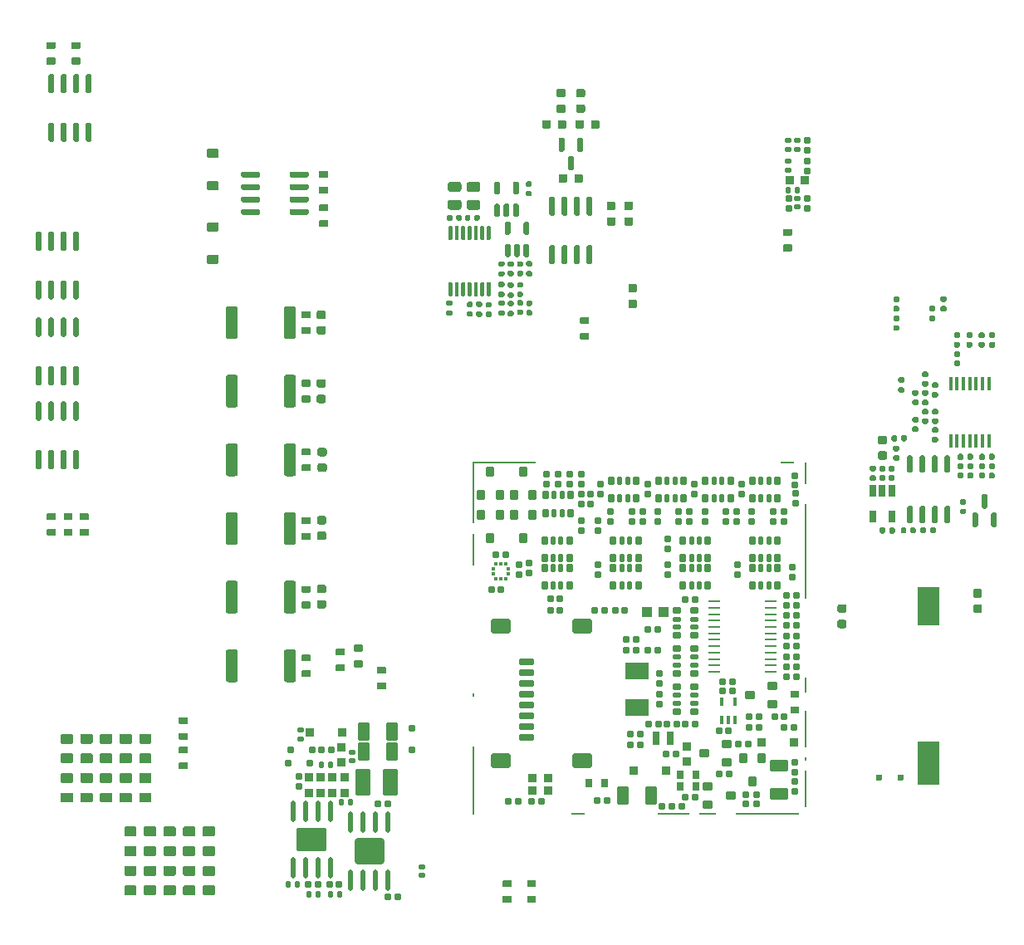
<source format=gbp>
G75*
G70*
%OFA0B0*%
%FSLAX25Y25*%
%IPPOS*%
%LPD*%
%AMOC8*
5,1,8,0,0,1.08239X$1,22.5*
%
%AMM11*
21,1,0.023620,0.018900,0.000000,0.000000,90.000000*
21,1,0.018900,0.023620,0.000000,0.000000,90.000000*
1,1,0.004720,0.009450,0.009450*
1,1,0.004720,0.009450,-0.009450*
1,1,0.004720,-0.009450,-0.009450*
1,1,0.004720,-0.009450,0.009450*
%
%AMM119*
21,1,0.023620,0.018900,0.000000,-0.000000,90.000000*
21,1,0.018900,0.023620,0.000000,-0.000000,90.000000*
1,1,0.004720,0.009450,0.009450*
1,1,0.004720,0.009450,-0.009450*
1,1,0.004720,-0.009450,-0.009450*
1,1,0.004720,-0.009450,0.009450*
%
%AMM12*
21,1,0.019680,0.019680,0.000000,0.000000,0.000000*
21,1,0.015750,0.023620,0.000000,0.000000,0.000000*
1,1,0.003940,0.007870,-0.009840*
1,1,0.003940,-0.007870,-0.009840*
1,1,0.003940,-0.007870,0.009840*
1,1,0.003940,0.007870,0.009840*
%
%AMM120*
21,1,0.019680,0.019680,0.000000,-0.000000,180.000000*
21,1,0.015750,0.023620,0.000000,-0.000000,180.000000*
1,1,0.003940,-0.007870,0.009840*
1,1,0.003940,0.007870,0.009840*
1,1,0.003940,0.007870,-0.009840*
1,1,0.003940,-0.007870,-0.009840*
%
%AMM121*
21,1,0.033470,0.026770,0.000000,-0.000000,180.000000*
21,1,0.026770,0.033470,0.000000,-0.000000,180.000000*
1,1,0.006690,-0.013390,0.013390*
1,1,0.006690,0.013390,0.013390*
1,1,0.006690,0.013390,-0.013390*
1,1,0.006690,-0.013390,-0.013390*
%
%AMM122*
21,1,0.019680,0.019680,0.000000,-0.000000,270.000000*
21,1,0.015750,0.023620,0.000000,-0.000000,270.000000*
1,1,0.003940,-0.009840,-0.007870*
1,1,0.003940,-0.009840,0.007870*
1,1,0.003940,0.009840,0.007870*
1,1,0.003940,0.009840,-0.007870*
%
%AMM13*
21,1,0.019680,0.019680,0.000000,0.000000,270.000000*
21,1,0.015750,0.023620,0.000000,0.000000,270.000000*
1,1,0.003940,-0.009840,-0.007870*
1,1,0.003940,-0.009840,0.007870*
1,1,0.003940,0.009840,0.007870*
1,1,0.003940,0.009840,-0.007870*
%
%AMM185*
21,1,0.025590,0.026380,-0.000000,-0.000000,90.000000*
21,1,0.020470,0.031500,-0.000000,-0.000000,90.000000*
1,1,0.005120,0.013190,0.010240*
1,1,0.005120,0.013190,-0.010240*
1,1,0.005120,-0.013190,-0.010240*
1,1,0.005120,-0.013190,0.010240*
%
%AMM186*
21,1,0.017720,0.027950,-0.000000,-0.000000,90.000000*
21,1,0.014170,0.031500,-0.000000,-0.000000,90.000000*
1,1,0.003540,0.013980,0.007090*
1,1,0.003540,0.013980,-0.007090*
1,1,0.003540,-0.013980,-0.007090*
1,1,0.003540,-0.013980,0.007090*
%
%AMM189*
21,1,0.027560,0.018900,-0.000000,-0.000000,270.000000*
21,1,0.022840,0.023620,-0.000000,-0.000000,270.000000*
1,1,0.004720,-0.009450,-0.011420*
1,1,0.004720,-0.009450,0.011420*
1,1,0.004720,0.009450,0.011420*
1,1,0.004720,0.009450,-0.011420*
%
%AMM191*
21,1,0.027560,0.018900,-0.000000,-0.000000,0.000000*
21,1,0.022840,0.023620,-0.000000,-0.000000,0.000000*
1,1,0.004720,0.011420,-0.009450*
1,1,0.004720,-0.011420,-0.009450*
1,1,0.004720,-0.011420,0.009450*
1,1,0.004720,0.011420,0.009450*
%
%AMM193*
21,1,0.035430,0.030320,-0.000000,-0.000000,90.000000*
21,1,0.028350,0.037400,-0.000000,-0.000000,90.000000*
1,1,0.007090,0.015160,0.014170*
1,1,0.007090,0.015160,-0.014170*
1,1,0.007090,-0.015160,-0.014170*
1,1,0.007090,-0.015160,0.014170*
%
%AMM196*
21,1,0.027560,0.030710,-0.000000,-0.000000,180.000000*
21,1,0.022050,0.036220,-0.000000,-0.000000,180.000000*
1,1,0.005510,-0.011020,0.015350*
1,1,0.005510,0.011020,0.015350*
1,1,0.005510,0.011020,-0.015350*
1,1,0.005510,-0.011020,-0.015350*
%
%AMM217*
21,1,0.033470,0.026770,-0.000000,-0.000000,270.000000*
21,1,0.026770,0.033470,-0.000000,-0.000000,270.000000*
1,1,0.006690,-0.013390,-0.013390*
1,1,0.006690,-0.013390,0.013390*
1,1,0.006690,0.013390,0.013390*
1,1,0.006690,0.013390,-0.013390*
%
%AMM218*
21,1,0.025590,0.026380,-0.000000,-0.000000,180.000000*
21,1,0.020470,0.031500,-0.000000,-0.000000,180.000000*
1,1,0.005120,-0.010240,0.013190*
1,1,0.005120,0.010240,0.013190*
1,1,0.005120,0.010240,-0.013190*
1,1,0.005120,-0.010240,-0.013190*
%
%AMM219*
21,1,0.017720,0.027950,-0.000000,-0.000000,180.000000*
21,1,0.014170,0.031500,-0.000000,-0.000000,180.000000*
1,1,0.003540,-0.007090,0.013980*
1,1,0.003540,0.007090,0.013980*
1,1,0.003540,0.007090,-0.013980*
1,1,0.003540,-0.007090,-0.013980*
%
%AMM220*
21,1,0.033470,0.026770,-0.000000,-0.000000,180.000000*
21,1,0.026770,0.033470,-0.000000,-0.000000,180.000000*
1,1,0.006690,-0.013390,0.013390*
1,1,0.006690,0.013390,0.013390*
1,1,0.006690,0.013390,-0.013390*
1,1,0.006690,-0.013390,-0.013390*
%
%AMM221*
21,1,0.078740,0.045670,-0.000000,-0.000000,0.000000*
21,1,0.067320,0.057090,-0.000000,-0.000000,0.000000*
1,1,0.011420,0.033660,-0.022840*
1,1,0.011420,-0.033660,-0.022840*
1,1,0.011420,-0.033660,0.022840*
1,1,0.011420,0.033660,0.022840*
%
%AMM222*
21,1,0.059060,0.020470,-0.000000,-0.000000,0.000000*
21,1,0.053940,0.025590,-0.000000,-0.000000,0.000000*
1,1,0.005120,0.026970,-0.010240*
1,1,0.005120,-0.026970,-0.010240*
1,1,0.005120,-0.026970,0.010240*
1,1,0.005120,0.026970,0.010240*
%
%AMM223*
21,1,0.035430,0.030320,-0.000000,-0.000000,0.000000*
21,1,0.028350,0.037400,-0.000000,-0.000000,0.000000*
1,1,0.007090,0.014170,-0.015160*
1,1,0.007090,-0.014170,-0.015160*
1,1,0.007090,-0.014170,0.015160*
1,1,0.007090,0.014170,0.015160*
%
%AMM224*
21,1,0.012600,0.028980,-0.000000,-0.000000,0.000000*
21,1,0.010080,0.031500,-0.000000,-0.000000,0.000000*
1,1,0.002520,0.005040,-0.014490*
1,1,0.002520,-0.005040,-0.014490*
1,1,0.002520,-0.005040,0.014490*
1,1,0.002520,0.005040,0.014490*
%
%AMM225*
21,1,0.070870,0.036220,-0.000000,-0.000000,180.000000*
21,1,0.061810,0.045280,-0.000000,-0.000000,180.000000*
1,1,0.009060,-0.030910,0.018110*
1,1,0.009060,0.030910,0.018110*
1,1,0.009060,0.030910,-0.018110*
1,1,0.009060,-0.030910,-0.018110*
%
%AMM226*
21,1,0.035830,0.026770,-0.000000,-0.000000,180.000000*
21,1,0.029130,0.033470,-0.000000,-0.000000,180.000000*
1,1,0.006690,-0.014570,0.013390*
1,1,0.006690,0.014570,0.013390*
1,1,0.006690,0.014570,-0.013390*
1,1,0.006690,-0.014570,-0.013390*
%
%AMM227*
21,1,0.027560,0.049610,-0.000000,-0.000000,180.000000*
21,1,0.022050,0.055120,-0.000000,-0.000000,180.000000*
1,1,0.005510,-0.011020,0.024800*
1,1,0.005510,0.011020,0.024800*
1,1,0.005510,0.011020,-0.024800*
1,1,0.005510,-0.011020,-0.024800*
%
%AMM228*
21,1,0.070870,0.036220,-0.000000,-0.000000,270.000000*
21,1,0.061810,0.045280,-0.000000,-0.000000,270.000000*
1,1,0.009060,-0.018110,-0.030910*
1,1,0.009060,-0.018110,0.030910*
1,1,0.009060,0.018110,0.030910*
1,1,0.009060,0.018110,-0.030910*
%
%AMM229*
21,1,0.027560,0.030710,-0.000000,-0.000000,270.000000*
21,1,0.022050,0.036220,-0.000000,-0.000000,270.000000*
1,1,0.005510,-0.015350,-0.011020*
1,1,0.005510,-0.015350,0.011020*
1,1,0.005510,0.015350,0.011020*
1,1,0.005510,0.015350,-0.011020*
%
%AMM27*
21,1,0.023620,0.018900,0.000000,0.000000,0.000000*
21,1,0.018900,0.023620,0.000000,0.000000,0.000000*
1,1,0.004720,0.009450,-0.009450*
1,1,0.004720,-0.009450,-0.009450*
1,1,0.004720,-0.009450,0.009450*
1,1,0.004720,0.009450,0.009450*
%
%AMM28*
21,1,0.106300,0.050390,0.000000,0.000000,90.000000*
21,1,0.093700,0.062990,0.000000,0.000000,90.000000*
1,1,0.012600,0.025200,0.046850*
1,1,0.012600,0.025200,-0.046850*
1,1,0.012600,-0.025200,-0.046850*
1,1,0.012600,-0.025200,0.046850*
%
%AMM29*
21,1,0.033470,0.026770,0.000000,0.000000,270.000000*
21,1,0.026770,0.033470,0.000000,0.000000,270.000000*
1,1,0.006690,-0.013390,-0.013390*
1,1,0.006690,-0.013390,0.013390*
1,1,0.006690,0.013390,0.013390*
1,1,0.006690,0.013390,-0.013390*
%
%AMM30*
21,1,0.122050,0.075590,0.000000,0.000000,180.000000*
21,1,0.103150,0.094490,0.000000,0.000000,180.000000*
1,1,0.018900,-0.051580,0.037800*
1,1,0.018900,0.051580,0.037800*
1,1,0.018900,0.051580,-0.037800*
1,1,0.018900,-0.051580,-0.037800*
%
%AMM31*
21,1,0.118110,0.083460,0.000000,0.000000,0.000000*
21,1,0.097240,0.104330,0.000000,0.000000,0.000000*
1,1,0.020870,0.048620,-0.041730*
1,1,0.020870,-0.048620,-0.041730*
1,1,0.020870,-0.048620,0.041730*
1,1,0.020870,0.048620,0.041730*
%
%AMM7*
21,1,0.035830,0.026770,0.000000,0.000000,0.000000*
21,1,0.029130,0.033470,0.000000,0.000000,0.000000*
1,1,0.006690,0.014570,-0.013390*
1,1,0.006690,-0.014570,-0.013390*
1,1,0.006690,-0.014570,0.013390*
1,1,0.006690,0.014570,0.013390*
%
%AMM8*
21,1,0.070870,0.036220,0.000000,0.000000,90.000000*
21,1,0.061810,0.045280,0.000000,0.000000,90.000000*
1,1,0.009060,0.018110,0.030910*
1,1,0.009060,0.018110,-0.030910*
1,1,0.009060,-0.018110,-0.030910*
1,1,0.009060,-0.018110,0.030910*
%
%ADD110M7*%
%ADD111M8*%
%ADD114M11*%
%ADD115M12*%
%ADD116M13*%
%ADD134M27*%
%ADD135M28*%
%ADD136M29*%
%ADD137O,0.01968X0.08661*%
%ADD138M30*%
%ADD139M31*%
%ADD239R,0.01378X0.01476*%
%ADD242O,0.04961X0.00984*%
%ADD244R,0.09449X0.06693*%
%ADD245R,0.01476X0.01378*%
%ADD247R,0.03937X0.04331*%
%ADD302M119*%
%ADD303M120*%
%ADD304M121*%
%ADD305M122*%
%ADD316R,0.01772X0.05709*%
%ADD317R,0.02559X0.04803*%
%ADD396M185*%
%ADD397M186*%
%ADD400M189*%
%ADD402M191*%
%ADD404M193*%
%ADD407M196*%
%ADD428M217*%
%ADD429M218*%
%ADD430M219*%
%ADD431M220*%
%ADD432M221*%
%ADD433M222*%
%ADD434M223*%
%ADD435M224*%
%ADD436M225*%
%ADD437M226*%
%ADD438M227*%
%ADD439M228*%
%ADD440M229*%
%ADD59R,0.00787X0.14567*%
%ADD60R,0.00787X0.01575*%
%ADD61R,0.00787X0.06299*%
%ADD62R,0.00787X0.38189*%
%ADD63R,0.00787X0.09055*%
%ADD64R,0.05512X0.00787*%
%ADD65R,0.25197X0.00787*%
%ADD66R,0.06693X0.00787*%
%ADD67R,0.12992X0.00787*%
%ADD68R,0.00787X0.27559*%
%ADD69R,0.00787X0.12992*%
%ADD70R,0.00787X0.24803*%
%ADD98R,0.09055X0.17323*%
%ADD99R,0.09055X0.15748*%
X0000000Y0000000D02*
%LPD*%
G01*
G36*
G01*
X0214173Y0319910D02*
X0215354Y0319910D01*
G75*
G02*
X0215945Y0319319I0000000J-000591D01*
G01*
X0215945Y0314693D01*
G75*
G02*
X0215354Y0314102I-000591J0000000D01*
G01*
X0214173Y0314102D01*
G75*
G02*
X0213583Y0314693I0000000J0000591D01*
G01*
X0213583Y0319319D01*
G75*
G02*
X0214173Y0319910I0000591J0000000D01*
G01*
G37*
G36*
G01*
X0221654Y0319910D02*
X0222835Y0319910D01*
G75*
G02*
X0223425Y0319319I0000000J-000591D01*
G01*
X0223425Y0314693D01*
G75*
G02*
X0222835Y0314102I-000591J0000000D01*
G01*
X0221654Y0314102D01*
G75*
G02*
X0221063Y0314693I0000000J0000591D01*
G01*
X0221063Y0319319D01*
G75*
G02*
X0221654Y0319910I0000591J0000000D01*
G01*
G37*
G36*
G01*
X0217913Y0312528D02*
X0219094Y0312528D01*
G75*
G02*
X0219685Y0311937I0000000J-000591D01*
G01*
X0219685Y0307311D01*
G75*
G02*
X0219094Y0306721I-000591J0000000D01*
G01*
X0217913Y0306721D01*
G75*
G02*
X0217323Y0307311I0000000J0000591D01*
G01*
X0217323Y0311937D01*
G75*
G02*
X0217913Y0312528I0000591J0000000D01*
G01*
G37*
G36*
G01*
X0049803Y0052992D02*
X0045669Y0052992D01*
G75*
G02*
X0045276Y0053386I0000000J0000394D01*
G01*
X0045276Y0056535D01*
G75*
G02*
X0045669Y0056929I0000394J0000000D01*
G01*
X0049803Y0056929D01*
G75*
G02*
X0050197Y0056535I0000000J-000394D01*
G01*
X0050197Y0053386D01*
G75*
G02*
X0049803Y0052992I-000394J0000000D01*
G01*
G37*
G36*
G01*
X0049803Y0060866D02*
X0045669Y0060866D01*
G75*
G02*
X0045276Y0061260I0000000J0000394D01*
G01*
X0045276Y0064409D01*
G75*
G02*
X0045669Y0064803I0000394J0000000D01*
G01*
X0049803Y0064803D01*
G75*
G02*
X0050197Y0064409I0000000J-000394D01*
G01*
X0050197Y0061260D01*
G75*
G02*
X0049803Y0060866I-000394J0000000D01*
G01*
G37*
G36*
G01*
X0241969Y0261083D02*
X0244646Y0261083D01*
G75*
G02*
X0244980Y0260748I0000000J-000335D01*
G01*
X0244980Y0258071D01*
G75*
G02*
X0244646Y0257736I-000335J0000000D01*
G01*
X0241969Y0257736D01*
G75*
G02*
X0241634Y0258071I0000000J0000335D01*
G01*
X0241634Y0260748D01*
G75*
G02*
X0241969Y0261083I0000335J0000000D01*
G01*
G37*
G36*
G01*
X0241969Y0254862D02*
X0244646Y0254862D01*
G75*
G02*
X0244980Y0254528I0000000J-000335D01*
G01*
X0244980Y0251850D01*
G75*
G02*
X0244646Y0251516I-000335J0000000D01*
G01*
X0241969Y0251516D01*
G75*
G02*
X0241634Y0251850I0000000J0000335D01*
G01*
X0241634Y0254528D01*
G75*
G02*
X0241969Y0254862I0000335J0000000D01*
G01*
G37*
G36*
G01*
X0076811Y0298819D02*
X0072795Y0298819D01*
G75*
G02*
X0072441Y0299173I0000000J0000354D01*
G01*
X0072441Y0302008D01*
G75*
G02*
X0072795Y0302362I0000354J0000000D01*
G01*
X0076811Y0302362D01*
G75*
G02*
X0077165Y0302008I0000000J-000354D01*
G01*
X0077165Y0299173D01*
G75*
G02*
X0076811Y0298819I-000354J0000000D01*
G01*
G37*
G36*
G01*
X0076811Y0311811D02*
X0072795Y0311811D01*
G75*
G02*
X0072441Y0312165I0000000J0000354D01*
G01*
X0072441Y0315000D01*
G75*
G02*
X0072795Y0315354I0000354J0000000D01*
G01*
X0076811Y0315354D01*
G75*
G02*
X0077165Y0315000I0000000J-000354D01*
G01*
X0077165Y0312165D01*
G75*
G02*
X0076811Y0311811I-000354J0000000D01*
G01*
G37*
D98*
X0362205Y0068898D03*
D99*
X0362205Y0131890D03*
G36*
G01*
X0004311Y0247638D02*
X0005492Y0247638D01*
G75*
G02*
X0006083Y0247047I0000000J-000591D01*
G01*
X0006083Y0240551D01*
G75*
G02*
X0005492Y0239961I-000591J0000000D01*
G01*
X0004311Y0239961D01*
G75*
G02*
X0003720Y0240551I0000000J0000591D01*
G01*
X0003720Y0247047D01*
G75*
G02*
X0004311Y0247638I0000591J0000000D01*
G01*
G37*
G36*
G01*
X0009311Y0247638D02*
X0010492Y0247638D01*
G75*
G02*
X0011083Y0247047I0000000J-000591D01*
G01*
X0011083Y0240551D01*
G75*
G02*
X0010492Y0239961I-000591J0000000D01*
G01*
X0009311Y0239961D01*
G75*
G02*
X0008720Y0240551I0000000J0000591D01*
G01*
X0008720Y0247047D01*
G75*
G02*
X0009311Y0247638I0000591J0000000D01*
G01*
G37*
G36*
G01*
X0014311Y0247638D02*
X0015492Y0247638D01*
G75*
G02*
X0016083Y0247047I0000000J-000591D01*
G01*
X0016083Y0240551D01*
G75*
G02*
X0015492Y0239961I-000591J0000000D01*
G01*
X0014311Y0239961D01*
G75*
G02*
X0013720Y0240551I0000000J0000591D01*
G01*
X0013720Y0247047D01*
G75*
G02*
X0014311Y0247638I0000591J0000000D01*
G01*
G37*
G36*
G01*
X0019311Y0247638D02*
X0020492Y0247638D01*
G75*
G02*
X0021083Y0247047I0000000J-000591D01*
G01*
X0021083Y0240551D01*
G75*
G02*
X0020492Y0239961I-000591J0000000D01*
G01*
X0019311Y0239961D01*
G75*
G02*
X0018720Y0240551I0000000J0000591D01*
G01*
X0018720Y0247047D01*
G75*
G02*
X0019311Y0247638I0000591J0000000D01*
G01*
G37*
G36*
G01*
X0019311Y0228150D02*
X0020492Y0228150D01*
G75*
G02*
X0021083Y0227559I0000000J-000591D01*
G01*
X0021083Y0221063D01*
G75*
G02*
X0020492Y0220472I-000591J0000000D01*
G01*
X0019311Y0220472D01*
G75*
G02*
X0018720Y0221063I0000000J0000591D01*
G01*
X0018720Y0227559D01*
G75*
G02*
X0019311Y0228150I0000591J0000000D01*
G01*
G37*
G36*
G01*
X0014311Y0228150D02*
X0015492Y0228150D01*
G75*
G02*
X0016083Y0227559I0000000J-000591D01*
G01*
X0016083Y0221063D01*
G75*
G02*
X0015492Y0220472I-000591J0000000D01*
G01*
X0014311Y0220472D01*
G75*
G02*
X0013720Y0221063I0000000J0000591D01*
G01*
X0013720Y0227559D01*
G75*
G02*
X0014311Y0228150I0000591J0000000D01*
G01*
G37*
G36*
G01*
X0009311Y0228150D02*
X0010492Y0228150D01*
G75*
G02*
X0011083Y0227559I0000000J-000591D01*
G01*
X0011083Y0221063D01*
G75*
G02*
X0010492Y0220472I-000591J0000000D01*
G01*
X0009311Y0220472D01*
G75*
G02*
X0008720Y0221063I0000000J0000591D01*
G01*
X0008720Y0227559D01*
G75*
G02*
X0009311Y0228150I0000591J0000000D01*
G01*
G37*
G36*
G01*
X0004311Y0228150D02*
X0005492Y0228150D01*
G75*
G02*
X0006083Y0227559I0000000J-000591D01*
G01*
X0006083Y0221063D01*
G75*
G02*
X0005492Y0220472I-000591J0000000D01*
G01*
X0004311Y0220472D01*
G75*
G02*
X0003720Y0221063I0000000J0000591D01*
G01*
X0003720Y0227559D01*
G75*
G02*
X0004311Y0228150I0000591J0000000D01*
G01*
G37*
G36*
G01*
X0011575Y0160039D02*
X0008504Y0160039D01*
G75*
G02*
X0008228Y0160315I0000000J0000276D01*
G01*
X0008228Y0162520D01*
G75*
G02*
X0008504Y0162795I0000276J0000000D01*
G01*
X0011575Y0162795D01*
G75*
G02*
X0011850Y0162520I0000000J-000276D01*
G01*
X0011850Y0160315D01*
G75*
G02*
X0011575Y0160039I-000276J0000000D01*
G01*
G37*
G36*
G01*
X0011575Y0166339D02*
X0008504Y0166339D01*
G75*
G02*
X0008228Y0166614I0000000J0000276D01*
G01*
X0008228Y0168819D01*
G75*
G02*
X0008504Y0169094I0000276J0000000D01*
G01*
X0011575Y0169094D01*
G75*
G02*
X0011850Y0168819I0000000J-000276D01*
G01*
X0011850Y0166614D01*
G75*
G02*
X0011575Y0166339I-000276J0000000D01*
G01*
G37*
G36*
G01*
X0229941Y0326535D02*
X0229941Y0323858D01*
G75*
G02*
X0229606Y0323524I-000335J0000000D01*
G01*
X0226929Y0323524D01*
G75*
G02*
X0226594Y0323858I0000000J0000335D01*
G01*
X0226594Y0326535D01*
G75*
G02*
X0226929Y0326870I0000335J0000000D01*
G01*
X0229606Y0326870D01*
G75*
G02*
X0229941Y0326535I0000000J-000335D01*
G01*
G37*
G36*
G01*
X0223720Y0326535D02*
X0223720Y0323858D01*
G75*
G02*
X0223386Y0323524I-000335J0000000D01*
G01*
X0220709Y0323524D01*
G75*
G02*
X0220374Y0323858I0000000J0000335D01*
G01*
X0220374Y0326535D01*
G75*
G02*
X0220709Y0326870I0000335J0000000D01*
G01*
X0223386Y0326870D01*
G75*
G02*
X0223720Y0326535I0000000J-000335D01*
G01*
G37*
G36*
G01*
X0026181Y0052992D02*
X0022047Y0052992D01*
G75*
G02*
X0021654Y0053386I0000000J0000394D01*
G01*
X0021654Y0056535D01*
G75*
G02*
X0022047Y0056929I0000394J0000000D01*
G01*
X0026181Y0056929D01*
G75*
G02*
X0026575Y0056535I0000000J-000394D01*
G01*
X0026575Y0053386D01*
G75*
G02*
X0026181Y0052992I-000394J0000000D01*
G01*
G37*
G36*
G01*
X0026181Y0060866D02*
X0022047Y0060866D01*
G75*
G02*
X0021654Y0061260I0000000J0000394D01*
G01*
X0021654Y0064409D01*
G75*
G02*
X0022047Y0064803I0000394J0000000D01*
G01*
X0026181Y0064803D01*
G75*
G02*
X0026575Y0064409I0000000J-000394D01*
G01*
X0026575Y0061260D01*
G75*
G02*
X0026181Y0060866I-000394J0000000D01*
G01*
G37*
G36*
G01*
X0380551Y0138642D02*
X0383228Y0138642D01*
G75*
G02*
X0383563Y0138307I0000000J-000335D01*
G01*
X0383563Y0135630D01*
G75*
G02*
X0383228Y0135295I-000335J0000000D01*
G01*
X0380551Y0135295D01*
G75*
G02*
X0380217Y0135630I0000000J0000335D01*
G01*
X0380217Y0138307D01*
G75*
G02*
X0380551Y0138642I0000335J0000000D01*
G01*
G37*
G36*
G01*
X0380551Y0132421D02*
X0383228Y0132421D01*
G75*
G02*
X0383563Y0132087I0000000J-000335D01*
G01*
X0383563Y0129409D01*
G75*
G02*
X0383228Y0129075I-000335J0000000D01*
G01*
X0380551Y0129075D01*
G75*
G02*
X0380217Y0129409I0000000J0000335D01*
G01*
X0380217Y0132087D01*
G75*
G02*
X0380551Y0132421I0000335J0000000D01*
G01*
G37*
G36*
G01*
X0213720Y0302134D02*
X0213720Y0304811D01*
G75*
G02*
X0214055Y0305146I0000335J0000000D01*
G01*
X0216732Y0305146D01*
G75*
G02*
X0217067Y0304811I0000000J-000335D01*
G01*
X0217067Y0302134D01*
G75*
G02*
X0216732Y0301799I-000335J0000000D01*
G01*
X0214055Y0301799D01*
G75*
G02*
X0213720Y0302134I0000000J0000335D01*
G01*
G37*
G36*
G01*
X0219941Y0302134D02*
X0219941Y0304811D01*
G75*
G02*
X0220276Y0305146I0000335J0000000D01*
G01*
X0222953Y0305146D01*
G75*
G02*
X0223287Y0304811I0000000J-000335D01*
G01*
X0223287Y0302134D01*
G75*
G02*
X0222953Y0301799I-000335J0000000D01*
G01*
X0220276Y0301799D01*
G75*
G02*
X0219941Y0302134I0000000J0000335D01*
G01*
G37*
G36*
G01*
X0024764Y0160039D02*
X0021693Y0160039D01*
G75*
G02*
X0021417Y0160315I0000000J0000276D01*
G01*
X0021417Y0162520D01*
G75*
G02*
X0021693Y0162795I0000276J0000000D01*
G01*
X0024764Y0162795D01*
G75*
G02*
X0025039Y0162520I0000000J-000276D01*
G01*
X0025039Y0160315D01*
G75*
G02*
X0024764Y0160039I-000276J0000000D01*
G01*
G37*
G36*
G01*
X0024764Y0166339D02*
X0021693Y0166339D01*
G75*
G02*
X0021417Y0166614I0000000J0000276D01*
G01*
X0021417Y0168819D01*
G75*
G02*
X0021693Y0169094I0000276J0000000D01*
G01*
X0024764Y0169094D01*
G75*
G02*
X0025039Y0168819I0000000J-000276D01*
G01*
X0025039Y0166614D01*
G75*
G02*
X0024764Y0166339I-000276J0000000D01*
G01*
G37*
G36*
G01*
X0063287Y0043307D02*
X0067421Y0043307D01*
G75*
G02*
X0067815Y0042913I0000000J-000394D01*
G01*
X0067815Y0039764D01*
G75*
G02*
X0067421Y0039370I-000394J0000000D01*
G01*
X0063287Y0039370D01*
G75*
G02*
X0062894Y0039764I0000000J0000394D01*
G01*
X0062894Y0042913D01*
G75*
G02*
X0063287Y0043307I0000394J0000000D01*
G01*
G37*
G36*
G01*
X0063287Y0035433D02*
X0067421Y0035433D01*
G75*
G02*
X0067815Y0035039I0000000J-000394D01*
G01*
X0067815Y0031890D01*
G75*
G02*
X0067421Y0031496I-000394J0000000D01*
G01*
X0063287Y0031496D01*
G75*
G02*
X0062894Y0031890I0000000J0000394D01*
G01*
X0062894Y0035039D01*
G75*
G02*
X0063287Y0035433I0000394J0000000D01*
G01*
G37*
G36*
G01*
X0108169Y0251280D02*
X0108169Y0240059D01*
G75*
G02*
X0107185Y0239075I-000984J0000000D01*
G01*
X0104331Y0239075D01*
G75*
G02*
X0103346Y0240059I0000000J0000984D01*
G01*
X0103346Y0251280D01*
G75*
G02*
X0104331Y0252264I0000984J0000000D01*
G01*
X0107185Y0252264D01*
G75*
G02*
X0108169Y0251280I0000000J-000984D01*
G01*
G37*
G36*
G01*
X0084843Y0251280D02*
X0084843Y0240059D01*
G75*
G02*
X0083858Y0239075I-000984J0000000D01*
G01*
X0081004Y0239075D01*
G75*
G02*
X0080020Y0240059I0000000J0000984D01*
G01*
X0080020Y0251280D01*
G75*
G02*
X0081004Y0252264I0000984J0000000D01*
G01*
X0083858Y0252264D01*
G75*
G02*
X0084843Y0251280I0000000J-000984D01*
G01*
G37*
G36*
G01*
X0029921Y0080551D02*
X0034055Y0080551D01*
G75*
G02*
X0034449Y0080157I0000000J-000394D01*
G01*
X0034449Y0077008D01*
G75*
G02*
X0034055Y0076614I-000394J0000000D01*
G01*
X0029921Y0076614D01*
G75*
G02*
X0029528Y0077008I0000000J0000394D01*
G01*
X0029528Y0080157D01*
G75*
G02*
X0029921Y0080551I0000394J0000000D01*
G01*
G37*
G36*
G01*
X0029921Y0072677D02*
X0034055Y0072677D01*
G75*
G02*
X0034449Y0072283I0000000J-000394D01*
G01*
X0034449Y0069134D01*
G75*
G02*
X0034055Y0068740I-000394J0000000D01*
G01*
X0029921Y0068740D01*
G75*
G02*
X0029528Y0069134I0000000J0000394D01*
G01*
X0029528Y0072283D01*
G75*
G02*
X0029921Y0072677I0000394J0000000D01*
G01*
G37*
G36*
G01*
X0075295Y0015748D02*
X0071161Y0015748D01*
G75*
G02*
X0070768Y0016142I0000000J0000394D01*
G01*
X0070768Y0019291D01*
G75*
G02*
X0071161Y0019685I0000394J0000000D01*
G01*
X0075295Y0019685D01*
G75*
G02*
X0075689Y0019291I0000000J-000394D01*
G01*
X0075689Y0016142D01*
G75*
G02*
X0075295Y0015748I-000394J0000000D01*
G01*
G37*
G36*
G01*
X0075295Y0023622D02*
X0071161Y0023622D01*
G75*
G02*
X0070768Y0024016I0000000J0000394D01*
G01*
X0070768Y0027165D01*
G75*
G02*
X0071161Y0027559I0000394J0000000D01*
G01*
X0075295Y0027559D01*
G75*
G02*
X0075689Y0027165I0000000J-000394D01*
G01*
X0075689Y0024016D01*
G75*
G02*
X0075295Y0023622I-000394J0000000D01*
G01*
G37*
G36*
G01*
X0210413Y0296260D02*
X0211594Y0296260D01*
G75*
G02*
X0212185Y0295669I0000000J-000591D01*
G01*
X0212185Y0289173D01*
G75*
G02*
X0211594Y0288583I-000591J0000000D01*
G01*
X0210413Y0288583D01*
G75*
G02*
X0209823Y0289173I0000000J0000591D01*
G01*
X0209823Y0295669D01*
G75*
G02*
X0210413Y0296260I0000591J0000000D01*
G01*
G37*
G36*
G01*
X0215413Y0296260D02*
X0216594Y0296260D01*
G75*
G02*
X0217185Y0295669I0000000J-000591D01*
G01*
X0217185Y0289173D01*
G75*
G02*
X0216594Y0288583I-000591J0000000D01*
G01*
X0215413Y0288583D01*
G75*
G02*
X0214823Y0289173I0000000J0000591D01*
G01*
X0214823Y0295669D01*
G75*
G02*
X0215413Y0296260I0000591J0000000D01*
G01*
G37*
G36*
G01*
X0220413Y0296260D02*
X0221594Y0296260D01*
G75*
G02*
X0222185Y0295669I0000000J-000591D01*
G01*
X0222185Y0289173D01*
G75*
G02*
X0221594Y0288583I-000591J0000000D01*
G01*
X0220413Y0288583D01*
G75*
G02*
X0219823Y0289173I0000000J0000591D01*
G01*
X0219823Y0295669D01*
G75*
G02*
X0220413Y0296260I0000591J0000000D01*
G01*
G37*
G36*
G01*
X0225413Y0296260D02*
X0226594Y0296260D01*
G75*
G02*
X0227185Y0295669I0000000J-000591D01*
G01*
X0227185Y0289173D01*
G75*
G02*
X0226594Y0288583I-000591J0000000D01*
G01*
X0225413Y0288583D01*
G75*
G02*
X0224823Y0289173I0000000J0000591D01*
G01*
X0224823Y0295669D01*
G75*
G02*
X0225413Y0296260I0000591J0000000D01*
G01*
G37*
G36*
G01*
X0225413Y0276772D02*
X0226594Y0276772D01*
G75*
G02*
X0227185Y0276181I0000000J-000591D01*
G01*
X0227185Y0269685D01*
G75*
G02*
X0226594Y0269094I-000591J0000000D01*
G01*
X0225413Y0269094D01*
G75*
G02*
X0224823Y0269685I0000000J0000591D01*
G01*
X0224823Y0276181D01*
G75*
G02*
X0225413Y0276772I0000591J0000000D01*
G01*
G37*
G36*
G01*
X0220413Y0276772D02*
X0221594Y0276772D01*
G75*
G02*
X0222185Y0276181I0000000J-000591D01*
G01*
X0222185Y0269685D01*
G75*
G02*
X0221594Y0269094I-000591J0000000D01*
G01*
X0220413Y0269094D01*
G75*
G02*
X0219823Y0269685I0000000J0000591D01*
G01*
X0219823Y0276181D01*
G75*
G02*
X0220413Y0276772I0000591J0000000D01*
G01*
G37*
G36*
G01*
X0215413Y0276772D02*
X0216594Y0276772D01*
G75*
G02*
X0217185Y0276181I0000000J-000591D01*
G01*
X0217185Y0269685D01*
G75*
G02*
X0216594Y0269094I-000591J0000000D01*
G01*
X0215413Y0269094D01*
G75*
G02*
X0214823Y0269685I0000000J0000591D01*
G01*
X0214823Y0276181D01*
G75*
G02*
X0215413Y0276772I0000591J0000000D01*
G01*
G37*
G36*
G01*
X0210413Y0276772D02*
X0211594Y0276772D01*
G75*
G02*
X0212185Y0276181I0000000J-000591D01*
G01*
X0212185Y0269685D01*
G75*
G02*
X0211594Y0269094I-000591J0000000D01*
G01*
X0210413Y0269094D01*
G75*
G02*
X0209823Y0269685I0000000J0000591D01*
G01*
X0209823Y0276181D01*
G75*
G02*
X0210413Y0276772I0000591J0000000D01*
G01*
G37*
G36*
G01*
X0014173Y0080551D02*
X0018307Y0080551D01*
G75*
G02*
X0018701Y0080157I0000000J-000394D01*
G01*
X0018701Y0077008D01*
G75*
G02*
X0018307Y0076614I-000394J0000000D01*
G01*
X0014173Y0076614D01*
G75*
G02*
X0013780Y0077008I0000000J0000394D01*
G01*
X0013780Y0080157D01*
G75*
G02*
X0014173Y0080551I0000394J0000000D01*
G01*
G37*
G36*
G01*
X0014173Y0072677D02*
X0018307Y0072677D01*
G75*
G02*
X0018701Y0072283I0000000J-000394D01*
G01*
X0018701Y0069134D01*
G75*
G02*
X0018307Y0068740I-000394J0000000D01*
G01*
X0014173Y0068740D01*
G75*
G02*
X0013780Y0069134I0000000J0000394D01*
G01*
X0013780Y0072283D01*
G75*
G02*
X0014173Y0072677I0000394J0000000D01*
G01*
G37*
G36*
G01*
X0108169Y0168602D02*
X0108169Y0157382D01*
G75*
G02*
X0107185Y0156398I-000984J0000000D01*
G01*
X0104331Y0156398D01*
G75*
G02*
X0103346Y0157382I0000000J0000984D01*
G01*
X0103346Y0168602D01*
G75*
G02*
X0104331Y0169587I0000984J0000000D01*
G01*
X0107185Y0169587D01*
G75*
G02*
X0108169Y0168602I0000000J-000984D01*
G01*
G37*
G36*
G01*
X0084843Y0168602D02*
X0084843Y0157382D01*
G75*
G02*
X0083858Y0156398I-000984J0000000D01*
G01*
X0081004Y0156398D01*
G75*
G02*
X0080020Y0157382I0000000J0000984D01*
G01*
X0080020Y0168602D01*
G75*
G02*
X0081004Y0169587I0000984J0000000D01*
G01*
X0083858Y0169587D01*
G75*
G02*
X0084843Y0168602I0000000J-000984D01*
G01*
G37*
G36*
G01*
X0004311Y0213976D02*
X0005492Y0213976D01*
G75*
G02*
X0006083Y0213386I0000000J-000591D01*
G01*
X0006083Y0206890D01*
G75*
G02*
X0005492Y0206299I-000591J0000000D01*
G01*
X0004311Y0206299D01*
G75*
G02*
X0003720Y0206890I0000000J0000591D01*
G01*
X0003720Y0213386D01*
G75*
G02*
X0004311Y0213976I0000591J0000000D01*
G01*
G37*
G36*
G01*
X0009311Y0213976D02*
X0010492Y0213976D01*
G75*
G02*
X0011083Y0213386I0000000J-000591D01*
G01*
X0011083Y0206890D01*
G75*
G02*
X0010492Y0206299I-000591J0000000D01*
G01*
X0009311Y0206299D01*
G75*
G02*
X0008720Y0206890I0000000J0000591D01*
G01*
X0008720Y0213386D01*
G75*
G02*
X0009311Y0213976I0000591J0000000D01*
G01*
G37*
G36*
G01*
X0014311Y0213976D02*
X0015492Y0213976D01*
G75*
G02*
X0016083Y0213386I0000000J-000591D01*
G01*
X0016083Y0206890D01*
G75*
G02*
X0015492Y0206299I-000591J0000000D01*
G01*
X0014311Y0206299D01*
G75*
G02*
X0013720Y0206890I0000000J0000591D01*
G01*
X0013720Y0213386D01*
G75*
G02*
X0014311Y0213976I0000591J0000000D01*
G01*
G37*
G36*
G01*
X0019311Y0213976D02*
X0020492Y0213976D01*
G75*
G02*
X0021083Y0213386I0000000J-000591D01*
G01*
X0021083Y0206890D01*
G75*
G02*
X0020492Y0206299I-000591J0000000D01*
G01*
X0019311Y0206299D01*
G75*
G02*
X0018720Y0206890I0000000J0000591D01*
G01*
X0018720Y0213386D01*
G75*
G02*
X0019311Y0213976I0000591J0000000D01*
G01*
G37*
G36*
G01*
X0019311Y0194488D02*
X0020492Y0194488D01*
G75*
G02*
X0021083Y0193898I0000000J-000591D01*
G01*
X0021083Y0187402D01*
G75*
G02*
X0020492Y0186811I-000591J0000000D01*
G01*
X0019311Y0186811D01*
G75*
G02*
X0018720Y0187402I0000000J0000591D01*
G01*
X0018720Y0193898D01*
G75*
G02*
X0019311Y0194488I0000591J0000000D01*
G01*
G37*
G36*
G01*
X0014311Y0194488D02*
X0015492Y0194488D01*
G75*
G02*
X0016083Y0193898I0000000J-000591D01*
G01*
X0016083Y0187402D01*
G75*
G02*
X0015492Y0186811I-000591J0000000D01*
G01*
X0014311Y0186811D01*
G75*
G02*
X0013720Y0187402I0000000J0000591D01*
G01*
X0013720Y0193898D01*
G75*
G02*
X0014311Y0194488I0000591J0000000D01*
G01*
G37*
G36*
G01*
X0009311Y0194488D02*
X0010492Y0194488D01*
G75*
G02*
X0011083Y0193898I0000000J-000591D01*
G01*
X0011083Y0187402D01*
G75*
G02*
X0010492Y0186811I-000591J0000000D01*
G01*
X0009311Y0186811D01*
G75*
G02*
X0008720Y0187402I0000000J0000591D01*
G01*
X0008720Y0193898D01*
G75*
G02*
X0009311Y0194488I0000591J0000000D01*
G01*
G37*
G36*
G01*
X0004311Y0194488D02*
X0005492Y0194488D01*
G75*
G02*
X0006083Y0193898I0000000J-000591D01*
G01*
X0006083Y0187402D01*
G75*
G02*
X0005492Y0186811I-000591J0000000D01*
G01*
X0004311Y0186811D01*
G75*
G02*
X0003720Y0187402I0000000J0000591D01*
G01*
X0003720Y0193898D01*
G75*
G02*
X0004311Y0194488I0000591J0000000D01*
G01*
G37*
G36*
G01*
X0235984Y0284587D02*
X0233307Y0284587D01*
G75*
G02*
X0232972Y0284921I0000000J0000335D01*
G01*
X0232972Y0287598D01*
G75*
G02*
X0233307Y0287933I0000335J0000000D01*
G01*
X0235984Y0287933D01*
G75*
G02*
X0236319Y0287598I0000000J-000335D01*
G01*
X0236319Y0284921D01*
G75*
G02*
X0235984Y0284587I-000335J0000000D01*
G01*
G37*
G36*
G01*
X0235984Y0290807D02*
X0233307Y0290807D01*
G75*
G02*
X0232972Y0291142I0000000J0000335D01*
G01*
X0232972Y0293819D01*
G75*
G02*
X0233307Y0294154I0000335J0000000D01*
G01*
X0235984Y0294154D01*
G75*
G02*
X0236319Y0293819I0000000J-000335D01*
G01*
X0236319Y0291142D01*
G75*
G02*
X0235984Y0290807I-000335J0000000D01*
G01*
G37*
G36*
G01*
X0117495Y0140453D02*
X0119513Y0140453D01*
G75*
G02*
X0120374Y0139592I0000000J-000861D01*
G01*
X0120374Y0137869D01*
G75*
G02*
X0119513Y0137008I-000861J0000000D01*
G01*
X0117495Y0137008D01*
G75*
G02*
X0116634Y0137869I0000000J0000861D01*
G01*
X0116634Y0139592D01*
G75*
G02*
X0117495Y0140453I0000861J0000000D01*
G01*
G37*
G36*
G01*
X0117495Y0134252D02*
X0119513Y0134252D01*
G75*
G02*
X0120374Y0133391I0000000J-000861D01*
G01*
X0120374Y0131668D01*
G75*
G02*
X0119513Y0130807I-000861J0000000D01*
G01*
X0117495Y0130807D01*
G75*
G02*
X0116634Y0131668I0000000J0000861D01*
G01*
X0116634Y0133391D01*
G75*
G02*
X0117495Y0134252I0000861J0000000D01*
G01*
G37*
G36*
G01*
X0039665Y0043307D02*
X0043799Y0043307D01*
G75*
G02*
X0044193Y0042913I0000000J-000394D01*
G01*
X0044193Y0039764D01*
G75*
G02*
X0043799Y0039370I-000394J0000000D01*
G01*
X0039665Y0039370D01*
G75*
G02*
X0039272Y0039764I0000000J0000394D01*
G01*
X0039272Y0042913D01*
G75*
G02*
X0039665Y0043307I0000394J0000000D01*
G01*
G37*
G36*
G01*
X0039665Y0035433D02*
X0043799Y0035433D01*
G75*
G02*
X0044193Y0035039I0000000J-000394D01*
G01*
X0044193Y0031890D01*
G75*
G02*
X0043799Y0031496I-000394J0000000D01*
G01*
X0039665Y0031496D01*
G75*
G02*
X0039272Y0031890I0000000J0000394D01*
G01*
X0039272Y0035039D01*
G75*
G02*
X0039665Y0035433I0000394J0000000D01*
G01*
G37*
G36*
G01*
X0043799Y0015748D02*
X0039665Y0015748D01*
G75*
G02*
X0039272Y0016142I0000000J0000394D01*
G01*
X0039272Y0019291D01*
G75*
G02*
X0039665Y0019685I0000394J0000000D01*
G01*
X0043799Y0019685D01*
G75*
G02*
X0044193Y0019291I0000000J-000394D01*
G01*
X0044193Y0016142D01*
G75*
G02*
X0043799Y0015748I-000394J0000000D01*
G01*
G37*
G36*
G01*
X0043799Y0023622D02*
X0039665Y0023622D01*
G75*
G02*
X0039272Y0024016I0000000J0000394D01*
G01*
X0039272Y0027165D01*
G75*
G02*
X0039665Y0027559I0000394J0000000D01*
G01*
X0043799Y0027559D01*
G75*
G02*
X0044193Y0027165I0000000J-000394D01*
G01*
X0044193Y0024016D01*
G75*
G02*
X0043799Y0023622I-000394J0000000D01*
G01*
G37*
G36*
G01*
X0117298Y0250492D02*
X0119316Y0250492D01*
G75*
G02*
X0120177Y0249631I0000000J-000861D01*
G01*
X0120177Y0247908D01*
G75*
G02*
X0119316Y0247047I-000861J0000000D01*
G01*
X0117298Y0247047D01*
G75*
G02*
X0116437Y0247908I0000000J0000861D01*
G01*
X0116437Y0249631D01*
G75*
G02*
X0117298Y0250492I0000861J0000000D01*
G01*
G37*
G36*
G01*
X0117298Y0244291D02*
X0119316Y0244291D01*
G75*
G02*
X0120177Y0243430I0000000J-000861D01*
G01*
X0120177Y0241708D01*
G75*
G02*
X0119316Y0240846I-000861J0000000D01*
G01*
X0117298Y0240846D01*
G75*
G02*
X0116437Y0241708I0000000J0000861D01*
G01*
X0116437Y0243430D01*
G75*
G02*
X0117298Y0244291I0000861J0000000D01*
G01*
G37*
G36*
G01*
X0108169Y0141043D02*
X0108169Y0129823D01*
G75*
G02*
X0107185Y0128839I-000984J0000000D01*
G01*
X0104331Y0128839D01*
G75*
G02*
X0103346Y0129823I0000000J0000984D01*
G01*
X0103346Y0141043D01*
G75*
G02*
X0104331Y0142028I0000984J0000000D01*
G01*
X0107185Y0142028D01*
G75*
G02*
X0108169Y0141043I0000000J-000984D01*
G01*
G37*
G36*
G01*
X0084843Y0141043D02*
X0084843Y0129823D01*
G75*
G02*
X0083858Y0128839I-000984J0000000D01*
G01*
X0081004Y0128839D01*
G75*
G02*
X0080020Y0129823I0000000J0000984D01*
G01*
X0080020Y0141043D01*
G75*
G02*
X0081004Y0142028I0000984J0000000D01*
G01*
X0083858Y0142028D01*
G75*
G02*
X0084843Y0141043I0000000J-000984D01*
G01*
G37*
G36*
G01*
X0108169Y0223720D02*
X0108169Y0212500D01*
G75*
G02*
X0107185Y0211516I-000984J0000000D01*
G01*
X0104331Y0211516D01*
G75*
G02*
X0103346Y0212500I0000000J0000984D01*
G01*
X0103346Y0223720D01*
G75*
G02*
X0104331Y0224705I0000984J0000000D01*
G01*
X0107185Y0224705D01*
G75*
G02*
X0108169Y0223720I0000000J-000984D01*
G01*
G37*
G36*
G01*
X0084843Y0223720D02*
X0084843Y0212500D01*
G75*
G02*
X0083858Y0211516I-000984J0000000D01*
G01*
X0081004Y0211516D01*
G75*
G02*
X0080020Y0212500I0000000J0000984D01*
G01*
X0080020Y0223720D01*
G75*
G02*
X0081004Y0224705I0000984J0000000D01*
G01*
X0083858Y0224705D01*
G75*
G02*
X0084843Y0223720I0000000J-000984D01*
G01*
G37*
G36*
G01*
X0037795Y0080551D02*
X0041929Y0080551D01*
G75*
G02*
X0042323Y0080157I0000000J-000394D01*
G01*
X0042323Y0077008D01*
G75*
G02*
X0041929Y0076614I-000394J0000000D01*
G01*
X0037795Y0076614D01*
G75*
G02*
X0037402Y0077008I0000000J0000394D01*
G01*
X0037402Y0080157D01*
G75*
G02*
X0037795Y0080551I0000394J0000000D01*
G01*
G37*
G36*
G01*
X0037795Y0072677D02*
X0041929Y0072677D01*
G75*
G02*
X0042323Y0072283I0000000J-000394D01*
G01*
X0042323Y0069134D01*
G75*
G02*
X0041929Y0068740I-000394J0000000D01*
G01*
X0037795Y0068740D01*
G75*
G02*
X0037402Y0069134I0000000J0000394D01*
G01*
X0037402Y0072283D01*
G75*
G02*
X0037795Y0072677I0000394J0000000D01*
G01*
G37*
G36*
G01*
X0326353Y0132579D02*
X0328371Y0132579D01*
G75*
G02*
X0329232Y0131718I0000000J-000861D01*
G01*
X0329232Y0129995D01*
G75*
G02*
X0328371Y0129134I-000861J0000000D01*
G01*
X0326353Y0129134D01*
G75*
G02*
X0325492Y0129995I0000000J0000861D01*
G01*
X0325492Y0131718D01*
G75*
G02*
X0326353Y0132579I0000861J0000000D01*
G01*
G37*
G36*
G01*
X0326353Y0126378D02*
X0328371Y0126378D01*
G75*
G02*
X0329232Y0125517I0000000J-000861D01*
G01*
X0329232Y0123794D01*
G75*
G02*
X0328371Y0122933I-000861J0000000D01*
G01*
X0326353Y0122933D01*
G75*
G02*
X0325492Y0123794I0000000J0000861D01*
G01*
X0325492Y0125517D01*
G75*
G02*
X0326353Y0126378I0000861J0000000D01*
G01*
G37*
G36*
G01*
X0076811Y0269291D02*
X0072795Y0269291D01*
G75*
G02*
X0072441Y0269646I0000000J0000354D01*
G01*
X0072441Y0272480D01*
G75*
G02*
X0072795Y0272835I0000354J0000000D01*
G01*
X0076811Y0272835D01*
G75*
G02*
X0077165Y0272480I0000000J-000354D01*
G01*
X0077165Y0269646D01*
G75*
G02*
X0076811Y0269291I-000354J0000000D01*
G01*
G37*
G36*
G01*
X0076811Y0282283D02*
X0072795Y0282283D01*
G75*
G02*
X0072441Y0282638I0000000J0000354D01*
G01*
X0072441Y0285472D01*
G75*
G02*
X0072795Y0285827I0000354J0000000D01*
G01*
X0076811Y0285827D01*
G75*
G02*
X0077165Y0285472I0000000J-000354D01*
G01*
X0077165Y0282638D01*
G75*
G02*
X0076811Y0282283I-000354J0000000D01*
G01*
G37*
G36*
G01*
X0343071Y0061811D02*
X0341181Y0061811D01*
G75*
G02*
X0340945Y0062047I0000000J0000236D01*
G01*
X0340945Y0063937D01*
G75*
G02*
X0341181Y0064173I0000236J0000000D01*
G01*
X0343071Y0064173D01*
G75*
G02*
X0343307Y0063937I0000000J-000236D01*
G01*
X0343307Y0062047D01*
G75*
G02*
X0343071Y0061811I-000236J0000000D01*
G01*
G37*
G36*
G01*
X0351732Y0061811D02*
X0349843Y0061811D01*
G75*
G02*
X0349606Y0062047I0000000J0000236D01*
G01*
X0349606Y0063937D01*
G75*
G02*
X0349843Y0064173I0000236J0000000D01*
G01*
X0351732Y0064173D01*
G75*
G02*
X0351969Y0063937I0000000J-000236D01*
G01*
X0351969Y0062047D01*
G75*
G02*
X0351732Y0061811I-000236J0000000D01*
G01*
G37*
G36*
G01*
X0113789Y0186024D02*
X0110719Y0186024D01*
G75*
G02*
X0110443Y0186299I0000000J0000276D01*
G01*
X0110443Y0188504D01*
G75*
G02*
X0110719Y0188780I0000276J0000000D01*
G01*
X0113789Y0188780D01*
G75*
G02*
X0114065Y0188504I0000000J-000276D01*
G01*
X0114065Y0186299D01*
G75*
G02*
X0113789Y0186024I-000276J0000000D01*
G01*
G37*
G36*
G01*
X0113789Y0192323D02*
X0110719Y0192323D01*
G75*
G02*
X0110443Y0192598I0000000J0000276D01*
G01*
X0110443Y0194803D01*
G75*
G02*
X0110719Y0195079I0000276J0000000D01*
G01*
X0113789Y0195079D01*
G75*
G02*
X0114065Y0194803I0000000J-000276D01*
G01*
X0114065Y0192598D01*
G75*
G02*
X0113789Y0192323I-000276J0000000D01*
G01*
G37*
G36*
G01*
X0124449Y0114764D02*
X0127520Y0114764D01*
G75*
G02*
X0127795Y0114488I0000000J-000276D01*
G01*
X0127795Y0112283D01*
G75*
G02*
X0127520Y0112008I-000276J0000000D01*
G01*
X0124449Y0112008D01*
G75*
G02*
X0124173Y0112283I0000000J0000276D01*
G01*
X0124173Y0114488D01*
G75*
G02*
X0124449Y0114764I0000276J0000000D01*
G01*
G37*
G36*
G01*
X0124449Y0108465D02*
X0127520Y0108465D01*
G75*
G02*
X0127795Y0108189I0000000J-000276D01*
G01*
X0127795Y0105984D01*
G75*
G02*
X0127520Y0105709I-000276J0000000D01*
G01*
X0124449Y0105709D01*
G75*
G02*
X0124173Y0105984I0000000J0000276D01*
G01*
X0124173Y0108189D01*
G75*
G02*
X0124449Y0108465I0000276J0000000D01*
G01*
G37*
G36*
G01*
X0059547Y0015748D02*
X0055413Y0015748D01*
G75*
G02*
X0055020Y0016142I0000000J0000394D01*
G01*
X0055020Y0019291D01*
G75*
G02*
X0055413Y0019685I0000394J0000000D01*
G01*
X0059547Y0019685D01*
G75*
G02*
X0059941Y0019291I0000000J-000394D01*
G01*
X0059941Y0016142D01*
G75*
G02*
X0059547Y0015748I-000394J0000000D01*
G01*
G37*
G36*
G01*
X0059547Y0023622D02*
X0055413Y0023622D01*
G75*
G02*
X0055020Y0024016I0000000J0000394D01*
G01*
X0055020Y0027165D01*
G75*
G02*
X0055413Y0027559I0000394J0000000D01*
G01*
X0059547Y0027559D01*
G75*
G02*
X0059941Y0027165I0000000J-000394D01*
G01*
X0059941Y0024016D01*
G75*
G02*
X0059547Y0023622I-000394J0000000D01*
G01*
G37*
G36*
G01*
X0117495Y0168012D02*
X0119513Y0168012D01*
G75*
G02*
X0120374Y0167151I0000000J-000861D01*
G01*
X0120374Y0165428D01*
G75*
G02*
X0119513Y0164567I-000861J0000000D01*
G01*
X0117495Y0164567D01*
G75*
G02*
X0116634Y0165428I0000000J0000861D01*
G01*
X0116634Y0167151D01*
G75*
G02*
X0117495Y0168012I0000861J0000000D01*
G01*
G37*
G36*
G01*
X0117495Y0161811D02*
X0119513Y0161811D01*
G75*
G02*
X0120374Y0160950I0000000J-000861D01*
G01*
X0120374Y0159227D01*
G75*
G02*
X0119513Y0158366I-000861J0000000D01*
G01*
X0117495Y0158366D01*
G75*
G02*
X0116634Y0159227I0000000J0000861D01*
G01*
X0116634Y0160950D01*
G75*
G02*
X0117495Y0161811I0000861J0000000D01*
G01*
G37*
G36*
G01*
X0113789Y0158465D02*
X0110719Y0158465D01*
G75*
G02*
X0110443Y0158740I0000000J0000276D01*
G01*
X0110443Y0160945D01*
G75*
G02*
X0110719Y0161220I0000276J0000000D01*
G01*
X0113789Y0161220D01*
G75*
G02*
X0114065Y0160945I0000000J-000276D01*
G01*
X0114065Y0158740D01*
G75*
G02*
X0113789Y0158465I-000276J0000000D01*
G01*
G37*
G36*
G01*
X0113789Y0164764D02*
X0110719Y0164764D01*
G75*
G02*
X0110443Y0165039I0000000J0000276D01*
G01*
X0110443Y0167244D01*
G75*
G02*
X0110719Y0167520I0000276J0000000D01*
G01*
X0113789Y0167520D01*
G75*
G02*
X0114065Y0167244I0000000J-000276D01*
G01*
X0114065Y0165039D01*
G75*
G02*
X0113789Y0164764I-000276J0000000D01*
G01*
G37*
G36*
G01*
X0194449Y0012710D02*
X0191378Y0012710D01*
G75*
G02*
X0191102Y0012986I0000000J0000276D01*
G01*
X0191102Y0015190D01*
G75*
G02*
X0191378Y0015466I0000276J0000000D01*
G01*
X0194449Y0015466D01*
G75*
G02*
X0194724Y0015190I0000000J-000276D01*
G01*
X0194724Y0012986D01*
G75*
G02*
X0194449Y0012710I-000276J0000000D01*
G01*
G37*
G36*
G01*
X0194449Y0019009D02*
X0191378Y0019009D01*
G75*
G02*
X0191102Y0019285I0000000J0000276D01*
G01*
X0191102Y0021489D01*
G75*
G02*
X0191378Y0021765I0000276J0000000D01*
G01*
X0194449Y0021765D01*
G75*
G02*
X0194724Y0021489I0000000J-000276D01*
G01*
X0194724Y0019285D01*
G75*
G02*
X0194449Y0019009I-000276J0000000D01*
G01*
G37*
G36*
G01*
X0113789Y0130906D02*
X0110719Y0130906D01*
G75*
G02*
X0110443Y0131181I0000000J0000276D01*
G01*
X0110443Y0133386D01*
G75*
G02*
X0110719Y0133661I0000276J0000000D01*
G01*
X0113789Y0133661D01*
G75*
G02*
X0114065Y0133386I0000000J-000276D01*
G01*
X0114065Y0131181D01*
G75*
G02*
X0113789Y0130906I-000276J0000000D01*
G01*
G37*
G36*
G01*
X0113789Y0137205D02*
X0110719Y0137205D01*
G75*
G02*
X0110443Y0137480I0000000J0000276D01*
G01*
X0110443Y0139685D01*
G75*
G02*
X0110719Y0139961I0000276J0000000D01*
G01*
X0113789Y0139961D01*
G75*
G02*
X0114065Y0139685I0000000J-000276D01*
G01*
X0114065Y0137480D01*
G75*
G02*
X0113789Y0137205I-000276J0000000D01*
G01*
G37*
G36*
G01*
X0117692Y0195374D02*
X0119710Y0195374D01*
G75*
G02*
X0120571Y0194513I0000000J-000861D01*
G01*
X0120571Y0192790D01*
G75*
G02*
X0119710Y0191929I-000861J0000000D01*
G01*
X0117692Y0191929D01*
G75*
G02*
X0116831Y0192790I0000000J0000861D01*
G01*
X0116831Y0194513D01*
G75*
G02*
X0117692Y0195374I0000861J0000000D01*
G01*
G37*
G36*
G01*
X0117692Y0189173D02*
X0119710Y0189173D01*
G75*
G02*
X0120571Y0188312I0000000J-000861D01*
G01*
X0120571Y0186590D01*
G75*
G02*
X0119710Y0185728I-000861J0000000D01*
G01*
X0117692Y0185728D01*
G75*
G02*
X0116831Y0186590I0000000J0000861D01*
G01*
X0116831Y0188312D01*
G75*
G02*
X0117692Y0189173I0000861J0000000D01*
G01*
G37*
G36*
G01*
X0243071Y0284587D02*
X0240394Y0284587D01*
G75*
G02*
X0240059Y0284921I0000000J0000335D01*
G01*
X0240059Y0287598D01*
G75*
G02*
X0240394Y0287933I0000335J0000000D01*
G01*
X0243071Y0287933D01*
G75*
G02*
X0243406Y0287598I0000000J-000335D01*
G01*
X0243406Y0284921D01*
G75*
G02*
X0243071Y0284587I-000335J0000000D01*
G01*
G37*
G36*
G01*
X0243071Y0290807D02*
X0240394Y0290807D01*
G75*
G02*
X0240059Y0291142I0000000J0000335D01*
G01*
X0240059Y0293819D01*
G75*
G02*
X0240394Y0294154I0000335J0000000D01*
G01*
X0243071Y0294154D01*
G75*
G02*
X0243406Y0293819I0000000J-000335D01*
G01*
X0243406Y0291142D01*
G75*
G02*
X0243071Y0290807I-000335J0000000D01*
G01*
G37*
G36*
G01*
X0021417Y0349213D02*
X0018346Y0349213D01*
G75*
G02*
X0018071Y0349488I0000000J0000276D01*
G01*
X0018071Y0351693D01*
G75*
G02*
X0018346Y0351969I0000276J0000000D01*
G01*
X0021417Y0351969D01*
G75*
G02*
X0021693Y0351693I0000000J-000276D01*
G01*
X0021693Y0349488D01*
G75*
G02*
X0021417Y0349213I-000276J0000000D01*
G01*
G37*
G36*
G01*
X0021417Y0355512D02*
X0018346Y0355512D01*
G75*
G02*
X0018071Y0355787I0000000J0000276D01*
G01*
X0018071Y0357992D01*
G75*
G02*
X0018346Y0358268I0000276J0000000D01*
G01*
X0021417Y0358268D01*
G75*
G02*
X0021693Y0357992I0000000J-000276D01*
G01*
X0021693Y0355787D01*
G75*
G02*
X0021417Y0355512I-000276J0000000D01*
G01*
G37*
G36*
G01*
X0004311Y0282087D02*
X0005492Y0282087D01*
G75*
G02*
X0006083Y0281496I0000000J-000591D01*
G01*
X0006083Y0275000D01*
G75*
G02*
X0005492Y0274409I-000591J0000000D01*
G01*
X0004311Y0274409D01*
G75*
G02*
X0003720Y0275000I0000000J0000591D01*
G01*
X0003720Y0281496D01*
G75*
G02*
X0004311Y0282087I0000591J0000000D01*
G01*
G37*
G36*
G01*
X0009311Y0282087D02*
X0010492Y0282087D01*
G75*
G02*
X0011083Y0281496I0000000J-000591D01*
G01*
X0011083Y0275000D01*
G75*
G02*
X0010492Y0274409I-000591J0000000D01*
G01*
X0009311Y0274409D01*
G75*
G02*
X0008720Y0275000I0000000J0000591D01*
G01*
X0008720Y0281496D01*
G75*
G02*
X0009311Y0282087I0000591J0000000D01*
G01*
G37*
G36*
G01*
X0014311Y0282087D02*
X0015492Y0282087D01*
G75*
G02*
X0016083Y0281496I0000000J-000591D01*
G01*
X0016083Y0275000D01*
G75*
G02*
X0015492Y0274409I-000591J0000000D01*
G01*
X0014311Y0274409D01*
G75*
G02*
X0013720Y0275000I0000000J0000591D01*
G01*
X0013720Y0281496D01*
G75*
G02*
X0014311Y0282087I0000591J0000000D01*
G01*
G37*
G36*
G01*
X0019311Y0282087D02*
X0020492Y0282087D01*
G75*
G02*
X0021083Y0281496I0000000J-000591D01*
G01*
X0021083Y0275000D01*
G75*
G02*
X0020492Y0274409I-000591J0000000D01*
G01*
X0019311Y0274409D01*
G75*
G02*
X0018720Y0275000I0000000J0000591D01*
G01*
X0018720Y0281496D01*
G75*
G02*
X0019311Y0282087I0000591J0000000D01*
G01*
G37*
G36*
G01*
X0019311Y0262598D02*
X0020492Y0262598D01*
G75*
G02*
X0021083Y0262008I0000000J-000591D01*
G01*
X0021083Y0255512D01*
G75*
G02*
X0020492Y0254921I-000591J0000000D01*
G01*
X0019311Y0254921D01*
G75*
G02*
X0018720Y0255512I0000000J0000591D01*
G01*
X0018720Y0262008D01*
G75*
G02*
X0019311Y0262598I0000591J0000000D01*
G01*
G37*
G36*
G01*
X0014311Y0262598D02*
X0015492Y0262598D01*
G75*
G02*
X0016083Y0262008I0000000J-000591D01*
G01*
X0016083Y0255512D01*
G75*
G02*
X0015492Y0254921I-000591J0000000D01*
G01*
X0014311Y0254921D01*
G75*
G02*
X0013720Y0255512I0000000J0000591D01*
G01*
X0013720Y0262008D01*
G75*
G02*
X0014311Y0262598I0000591J0000000D01*
G01*
G37*
G36*
G01*
X0009311Y0262598D02*
X0010492Y0262598D01*
G75*
G02*
X0011083Y0262008I0000000J-000591D01*
G01*
X0011083Y0255512D01*
G75*
G02*
X0010492Y0254921I-000591J0000000D01*
G01*
X0009311Y0254921D01*
G75*
G02*
X0008720Y0255512I0000000J0000591D01*
G01*
X0008720Y0262008D01*
G75*
G02*
X0009311Y0262598I0000591J0000000D01*
G01*
G37*
G36*
G01*
X0004311Y0262598D02*
X0005492Y0262598D01*
G75*
G02*
X0006083Y0262008I0000000J-000591D01*
G01*
X0006083Y0255512D01*
G75*
G02*
X0005492Y0254921I-000591J0000000D01*
G01*
X0004311Y0254921D01*
G75*
G02*
X0003720Y0255512I0000000J0000591D01*
G01*
X0003720Y0262008D01*
G75*
G02*
X0004311Y0262598I0000591J0000000D01*
G01*
G37*
G36*
G01*
X0144055Y0098425D02*
X0140984Y0098425D01*
G75*
G02*
X0140709Y0098701I0000000J0000276D01*
G01*
X0140709Y0100906D01*
G75*
G02*
X0140984Y0101181I0000276J0000000D01*
G01*
X0144055Y0101181D01*
G75*
G02*
X0144331Y0100906I0000000J-000276D01*
G01*
X0144331Y0098701D01*
G75*
G02*
X0144055Y0098425I-000276J0000000D01*
G01*
G37*
G36*
G01*
X0144055Y0104724D02*
X0140984Y0104724D01*
G75*
G02*
X0140709Y0105000I0000000J0000276D01*
G01*
X0140709Y0107205D01*
G75*
G02*
X0140984Y0107480I0000276J0000000D01*
G01*
X0144055Y0107480D01*
G75*
G02*
X0144331Y0107205I0000000J-000276D01*
G01*
X0144331Y0105000D01*
G75*
G02*
X0144055Y0104724I-000276J0000000D01*
G01*
G37*
G36*
G01*
X0108169Y0196161D02*
X0108169Y0184941D01*
G75*
G02*
X0107185Y0183957I-000984J0000000D01*
G01*
X0104331Y0183957D01*
G75*
G02*
X0103346Y0184941I0000000J0000984D01*
G01*
X0103346Y0196161D01*
G75*
G02*
X0104331Y0197146I0000984J0000000D01*
G01*
X0107185Y0197146D01*
G75*
G02*
X0108169Y0196161I0000000J-000984D01*
G01*
G37*
G36*
G01*
X0084843Y0196161D02*
X0084843Y0184941D01*
G75*
G02*
X0083858Y0183957I-000984J0000000D01*
G01*
X0081004Y0183957D01*
G75*
G02*
X0080020Y0184941I0000000J0000984D01*
G01*
X0080020Y0196161D01*
G75*
G02*
X0081004Y0197146I0000984J0000000D01*
G01*
X0083858Y0197146D01*
G75*
G02*
X0084843Y0196161I0000000J-000984D01*
G01*
G37*
G36*
G01*
X0113789Y0103346D02*
X0110719Y0103346D01*
G75*
G02*
X0110443Y0103622I0000000J0000276D01*
G01*
X0110443Y0105827D01*
G75*
G02*
X0110719Y0106102I0000276J0000000D01*
G01*
X0113789Y0106102D01*
G75*
G02*
X0114065Y0105827I0000000J-000276D01*
G01*
X0114065Y0103622D01*
G75*
G02*
X0113789Y0103346I-000276J0000000D01*
G01*
G37*
G36*
G01*
X0113789Y0109646D02*
X0110719Y0109646D01*
G75*
G02*
X0110443Y0109921I0000000J0000276D01*
G01*
X0110443Y0112126D01*
G75*
G02*
X0110719Y0112402I0000276J0000000D01*
G01*
X0113789Y0112402D01*
G75*
G02*
X0114065Y0112126I0000000J-000276D01*
G01*
X0114065Y0109921D01*
G75*
G02*
X0113789Y0109646I-000276J0000000D01*
G01*
G37*
G36*
G01*
X0213558Y0339469D02*
X0215576Y0339469D01*
G75*
G02*
X0216437Y0338607I0000000J-000861D01*
G01*
X0216437Y0336885D01*
G75*
G02*
X0215576Y0336024I-000861J0000000D01*
G01*
X0213558Y0336024D01*
G75*
G02*
X0212697Y0336885I0000000J0000861D01*
G01*
X0212697Y0338607D01*
G75*
G02*
X0213558Y0339469I0000861J0000000D01*
G01*
G37*
G36*
G01*
X0213558Y0333268D02*
X0215576Y0333268D01*
G75*
G02*
X0216437Y0332406I0000000J-000861D01*
G01*
X0216437Y0330684D01*
G75*
G02*
X0215576Y0329823I-000861J0000000D01*
G01*
X0213558Y0329823D01*
G75*
G02*
X0212697Y0330684I0000000J0000861D01*
G01*
X0212697Y0332406D01*
G75*
G02*
X0213558Y0333268I0000861J0000000D01*
G01*
G37*
G36*
G01*
X0055413Y0043307D02*
X0059547Y0043307D01*
G75*
G02*
X0059941Y0042913I0000000J-000394D01*
G01*
X0059941Y0039764D01*
G75*
G02*
X0059547Y0039370I-000394J0000000D01*
G01*
X0055413Y0039370D01*
G75*
G02*
X0055020Y0039764I0000000J0000394D01*
G01*
X0055020Y0042913D01*
G75*
G02*
X0055413Y0043307I0000394J0000000D01*
G01*
G37*
G36*
G01*
X0055413Y0035433D02*
X0059547Y0035433D01*
G75*
G02*
X0059941Y0035039I0000000J-000394D01*
G01*
X0059941Y0031890D01*
G75*
G02*
X0059547Y0031496I-000394J0000000D01*
G01*
X0055413Y0031496D01*
G75*
G02*
X0055020Y0031890I0000000J0000394D01*
G01*
X0055020Y0035039D01*
G75*
G02*
X0055413Y0035433I0000394J0000000D01*
G01*
G37*
G36*
G01*
X0113789Y0241142D02*
X0110719Y0241142D01*
G75*
G02*
X0110443Y0241417I0000000J0000276D01*
G01*
X0110443Y0243622D01*
G75*
G02*
X0110719Y0243898I0000276J0000000D01*
G01*
X0113789Y0243898D01*
G75*
G02*
X0114065Y0243622I0000000J-000276D01*
G01*
X0114065Y0241417D01*
G75*
G02*
X0113789Y0241142I-000276J0000000D01*
G01*
G37*
G36*
G01*
X0113789Y0247441D02*
X0110719Y0247441D01*
G75*
G02*
X0110443Y0247717I0000000J0000276D01*
G01*
X0110443Y0249921D01*
G75*
G02*
X0110719Y0250197I0000276J0000000D01*
G01*
X0113789Y0250197D01*
G75*
G02*
X0114065Y0249921I0000000J-000276D01*
G01*
X0114065Y0247717D01*
G75*
G02*
X0113789Y0247441I-000276J0000000D01*
G01*
G37*
G36*
G01*
X0067421Y0015748D02*
X0063287Y0015748D01*
G75*
G02*
X0062894Y0016142I0000000J0000394D01*
G01*
X0062894Y0019291D01*
G75*
G02*
X0063287Y0019685I0000394J0000000D01*
G01*
X0067421Y0019685D01*
G75*
G02*
X0067815Y0019291I0000000J-000394D01*
G01*
X0067815Y0016142D01*
G75*
G02*
X0067421Y0015748I-000394J0000000D01*
G01*
G37*
G36*
G01*
X0067421Y0023622D02*
X0063287Y0023622D01*
G75*
G02*
X0062894Y0024016I0000000J0000394D01*
G01*
X0062894Y0027165D01*
G75*
G02*
X0063287Y0027559I0000394J0000000D01*
G01*
X0067421Y0027559D01*
G75*
G02*
X0067815Y0027165I0000000J-000394D01*
G01*
X0067815Y0024016D01*
G75*
G02*
X0067421Y0023622I-000394J0000000D01*
G01*
G37*
G36*
G01*
X0204291Y0012710D02*
X0201220Y0012710D01*
G75*
G02*
X0200945Y0012986I0000000J0000276D01*
G01*
X0200945Y0015190D01*
G75*
G02*
X0201220Y0015466I0000276J0000000D01*
G01*
X0204291Y0015466D01*
G75*
G02*
X0204567Y0015190I0000000J-000276D01*
G01*
X0204567Y0012986D01*
G75*
G02*
X0204291Y0012710I-000276J0000000D01*
G01*
G37*
G36*
G01*
X0204291Y0019009D02*
X0201220Y0019009D01*
G75*
G02*
X0200945Y0019285I0000000J0000276D01*
G01*
X0200945Y0021489D01*
G75*
G02*
X0201220Y0021765I0000276J0000000D01*
G01*
X0204291Y0021765D01*
G75*
G02*
X0204567Y0021489I0000000J-000276D01*
G01*
X0204567Y0019285D01*
G75*
G02*
X0204291Y0019009I-000276J0000000D01*
G01*
G37*
G36*
G01*
X0064528Y0066339D02*
X0061457Y0066339D01*
G75*
G02*
X0061181Y0066614I0000000J0000276D01*
G01*
X0061181Y0068819D01*
G75*
G02*
X0061457Y0069094I0000276J0000000D01*
G01*
X0064528Y0069094D01*
G75*
G02*
X0064803Y0068819I0000000J-000276D01*
G01*
X0064803Y0066614D01*
G75*
G02*
X0064528Y0066339I-000276J0000000D01*
G01*
G37*
G36*
G01*
X0064528Y0072638D02*
X0061457Y0072638D01*
G75*
G02*
X0061181Y0072913I0000000J0000276D01*
G01*
X0061181Y0075118D01*
G75*
G02*
X0061457Y0075394I0000276J0000000D01*
G01*
X0064528Y0075394D01*
G75*
G02*
X0064803Y0075118I0000000J-000276D01*
G01*
X0064803Y0072913D01*
G75*
G02*
X0064528Y0072638I-000276J0000000D01*
G01*
G37*
G36*
G01*
X0011378Y0349213D02*
X0008307Y0349213D01*
G75*
G02*
X0008031Y0349488I0000000J0000276D01*
G01*
X0008031Y0351693D01*
G75*
G02*
X0008307Y0351969I0000276J0000000D01*
G01*
X0011378Y0351969D01*
G75*
G02*
X0011654Y0351693I0000000J-000276D01*
G01*
X0011654Y0349488D01*
G75*
G02*
X0011378Y0349213I-000276J0000000D01*
G01*
G37*
G36*
G01*
X0011378Y0355512D02*
X0008307Y0355512D01*
G75*
G02*
X0008031Y0355787I0000000J0000276D01*
G01*
X0008031Y0357992D01*
G75*
G02*
X0008307Y0358268I0000276J0000000D01*
G01*
X0011378Y0358268D01*
G75*
G02*
X0011654Y0357992I0000000J-000276D01*
G01*
X0011654Y0355787D01*
G75*
G02*
X0011378Y0355512I-000276J0000000D01*
G01*
G37*
G36*
G01*
X0120827Y0284055D02*
X0117756Y0284055D01*
G75*
G02*
X0117480Y0284331I0000000J0000276D01*
G01*
X0117480Y0286535D01*
G75*
G02*
X0117756Y0286811I0000276J0000000D01*
G01*
X0120827Y0286811D01*
G75*
G02*
X0121102Y0286535I0000000J-000276D01*
G01*
X0121102Y0284331D01*
G75*
G02*
X0120827Y0284055I-000276J0000000D01*
G01*
G37*
G36*
G01*
X0120827Y0290354D02*
X0117756Y0290354D01*
G75*
G02*
X0117480Y0290630I0000000J0000276D01*
G01*
X0117480Y0292835D01*
G75*
G02*
X0117756Y0293110I0000276J0000000D01*
G01*
X0120827Y0293110D01*
G75*
G02*
X0121102Y0292835I0000000J-000276D01*
G01*
X0121102Y0290630D01*
G75*
G02*
X0120827Y0290354I-000276J0000000D01*
G01*
G37*
G36*
G01*
X0045669Y0080551D02*
X0049803Y0080551D01*
G75*
G02*
X0050197Y0080157I0000000J-000394D01*
G01*
X0050197Y0077008D01*
G75*
G02*
X0049803Y0076614I-000394J0000000D01*
G01*
X0045669Y0076614D01*
G75*
G02*
X0045276Y0077008I0000000J0000394D01*
G01*
X0045276Y0080157D01*
G75*
G02*
X0045669Y0080551I0000394J0000000D01*
G01*
G37*
G36*
G01*
X0045669Y0072677D02*
X0049803Y0072677D01*
G75*
G02*
X0050197Y0072283I0000000J-000394D01*
G01*
X0050197Y0069134D01*
G75*
G02*
X0049803Y0068740I-000394J0000000D01*
G01*
X0045669Y0068740D01*
G75*
G02*
X0045276Y0069134I0000000J0000394D01*
G01*
X0045276Y0072283D01*
G75*
G02*
X0045669Y0072677I0000394J0000000D01*
G01*
G37*
G36*
G01*
X0117298Y0222933D02*
X0119316Y0222933D01*
G75*
G02*
X0120177Y0222072I0000000J-000861D01*
G01*
X0120177Y0220349D01*
G75*
G02*
X0119316Y0219488I-000861J0000000D01*
G01*
X0117298Y0219488D01*
G75*
G02*
X0116437Y0220349I0000000J0000861D01*
G01*
X0116437Y0222072D01*
G75*
G02*
X0117298Y0222933I0000861J0000000D01*
G01*
G37*
G36*
G01*
X0117298Y0216732D02*
X0119316Y0216732D01*
G75*
G02*
X0120177Y0215871I0000000J-000861D01*
G01*
X0120177Y0214149D01*
G75*
G02*
X0119316Y0213287I-000861J0000000D01*
G01*
X0117298Y0213287D01*
G75*
G02*
X0116437Y0214149I0000000J0000861D01*
G01*
X0116437Y0215871D01*
G75*
G02*
X0117298Y0216732I0000861J0000000D01*
G01*
G37*
G36*
G01*
X0131732Y0116339D02*
X0134803Y0116339D01*
G75*
G02*
X0135079Y0116063I0000000J-000276D01*
G01*
X0135079Y0113858D01*
G75*
G02*
X0134803Y0113583I-000276J0000000D01*
G01*
X0131732Y0113583D01*
G75*
G02*
X0131457Y0113858I0000000J0000276D01*
G01*
X0131457Y0116063D01*
G75*
G02*
X0131732Y0116339I0000276J0000000D01*
G01*
G37*
G36*
G01*
X0131732Y0110039D02*
X0134803Y0110039D01*
G75*
G02*
X0135079Y0109764I0000000J-000276D01*
G01*
X0135079Y0107559D01*
G75*
G02*
X0134803Y0107283I-000276J0000000D01*
G01*
X0131732Y0107283D01*
G75*
G02*
X0131457Y0107559I0000000J0000276D01*
G01*
X0131457Y0109764D01*
G75*
G02*
X0131732Y0110039I0000276J0000000D01*
G01*
G37*
G36*
G01*
X0207028Y0323858D02*
X0207028Y0326535D01*
G75*
G02*
X0207362Y0326870I0000335J0000000D01*
G01*
X0210039Y0326870D01*
G75*
G02*
X0210374Y0326535I0000000J-000335D01*
G01*
X0210374Y0323858D01*
G75*
G02*
X0210039Y0323524I-000335J0000000D01*
G01*
X0207362Y0323524D01*
G75*
G02*
X0207028Y0323858I0000000J0000335D01*
G01*
G37*
G36*
G01*
X0213248Y0323858D02*
X0213248Y0326535D01*
G75*
G02*
X0213583Y0326870I0000335J0000000D01*
G01*
X0216260Y0326870D01*
G75*
G02*
X0216594Y0326535I0000000J-000335D01*
G01*
X0216594Y0323858D01*
G75*
G02*
X0216260Y0323524I-000335J0000000D01*
G01*
X0213583Y0323524D01*
G75*
G02*
X0213248Y0323858I0000000J0000335D01*
G01*
G37*
G36*
G01*
X0009370Y0345374D02*
X0010551Y0345374D01*
G75*
G02*
X0011142Y0344783I0000000J-000591D01*
G01*
X0011142Y0338287D01*
G75*
G02*
X0010551Y0337697I-000591J0000000D01*
G01*
X0009370Y0337697D01*
G75*
G02*
X0008780Y0338287I0000000J0000591D01*
G01*
X0008780Y0344783D01*
G75*
G02*
X0009370Y0345374I0000591J0000000D01*
G01*
G37*
G36*
G01*
X0014370Y0345374D02*
X0015551Y0345374D01*
G75*
G02*
X0016142Y0344783I0000000J-000591D01*
G01*
X0016142Y0338287D01*
G75*
G02*
X0015551Y0337697I-000591J0000000D01*
G01*
X0014370Y0337697D01*
G75*
G02*
X0013780Y0338287I0000000J0000591D01*
G01*
X0013780Y0344783D01*
G75*
G02*
X0014370Y0345374I0000591J0000000D01*
G01*
G37*
G36*
G01*
X0019370Y0345374D02*
X0020551Y0345374D01*
G75*
G02*
X0021142Y0344783I0000000J-000591D01*
G01*
X0021142Y0338287D01*
G75*
G02*
X0020551Y0337697I-000591J0000000D01*
G01*
X0019370Y0337697D01*
G75*
G02*
X0018780Y0338287I0000000J0000591D01*
G01*
X0018780Y0344783D01*
G75*
G02*
X0019370Y0345374I0000591J0000000D01*
G01*
G37*
G36*
G01*
X0024370Y0345374D02*
X0025551Y0345374D01*
G75*
G02*
X0026142Y0344783I0000000J-000591D01*
G01*
X0026142Y0338287D01*
G75*
G02*
X0025551Y0337697I-000591J0000000D01*
G01*
X0024370Y0337697D01*
G75*
G02*
X0023780Y0338287I0000000J0000591D01*
G01*
X0023780Y0344783D01*
G75*
G02*
X0024370Y0345374I0000591J0000000D01*
G01*
G37*
G36*
G01*
X0024370Y0325886D02*
X0025551Y0325886D01*
G75*
G02*
X0026142Y0325295I0000000J-000591D01*
G01*
X0026142Y0318799D01*
G75*
G02*
X0025551Y0318209I-000591J0000000D01*
G01*
X0024370Y0318209D01*
G75*
G02*
X0023780Y0318799I0000000J0000591D01*
G01*
X0023780Y0325295D01*
G75*
G02*
X0024370Y0325886I0000591J0000000D01*
G01*
G37*
G36*
G01*
X0019370Y0325886D02*
X0020551Y0325886D01*
G75*
G02*
X0021142Y0325295I0000000J-000591D01*
G01*
X0021142Y0318799D01*
G75*
G02*
X0020551Y0318209I-000591J0000000D01*
G01*
X0019370Y0318209D01*
G75*
G02*
X0018780Y0318799I0000000J0000591D01*
G01*
X0018780Y0325295D01*
G75*
G02*
X0019370Y0325886I0000591J0000000D01*
G01*
G37*
G36*
G01*
X0014370Y0325886D02*
X0015551Y0325886D01*
G75*
G02*
X0016142Y0325295I0000000J-000591D01*
G01*
X0016142Y0318799D01*
G75*
G02*
X0015551Y0318209I-000591J0000000D01*
G01*
X0014370Y0318209D01*
G75*
G02*
X0013780Y0318799I0000000J0000591D01*
G01*
X0013780Y0325295D01*
G75*
G02*
X0014370Y0325886I0000591J0000000D01*
G01*
G37*
G36*
G01*
X0009370Y0325886D02*
X0010551Y0325886D01*
G75*
G02*
X0011142Y0325295I0000000J-000591D01*
G01*
X0011142Y0318799D01*
G75*
G02*
X0010551Y0318209I-000591J0000000D01*
G01*
X0009370Y0318209D01*
G75*
G02*
X0008780Y0318799I0000000J0000591D01*
G01*
X0008780Y0325295D01*
G75*
G02*
X0009370Y0325886I0000591J0000000D01*
G01*
G37*
G36*
G01*
X0018268Y0160039D02*
X0015197Y0160039D01*
G75*
G02*
X0014921Y0160315I0000000J0000276D01*
G01*
X0014921Y0162520D01*
G75*
G02*
X0015197Y0162795I0000276J0000000D01*
G01*
X0018268Y0162795D01*
G75*
G02*
X0018543Y0162520I0000000J-000276D01*
G01*
X0018543Y0160315D01*
G75*
G02*
X0018268Y0160039I-000276J0000000D01*
G01*
G37*
G36*
G01*
X0018268Y0166339D02*
X0015197Y0166339D01*
G75*
G02*
X0014921Y0166614I0000000J0000276D01*
G01*
X0014921Y0168819D01*
G75*
G02*
X0015197Y0169094I0000276J0000000D01*
G01*
X0018268Y0169094D01*
G75*
G02*
X0018543Y0168819I0000000J-000276D01*
G01*
X0018543Y0166614D01*
G75*
G02*
X0018268Y0166339I-000276J0000000D01*
G01*
G37*
G36*
G01*
X0113789Y0213583D02*
X0110719Y0213583D01*
G75*
G02*
X0110443Y0213858I0000000J0000276D01*
G01*
X0110443Y0216063D01*
G75*
G02*
X0110719Y0216339I0000276J0000000D01*
G01*
X0113789Y0216339D01*
G75*
G02*
X0114065Y0216063I0000000J-000276D01*
G01*
X0114065Y0213858D01*
G75*
G02*
X0113789Y0213583I-000276J0000000D01*
G01*
G37*
G36*
G01*
X0113789Y0219882D02*
X0110719Y0219882D01*
G75*
G02*
X0110443Y0220157I0000000J0000276D01*
G01*
X0110443Y0222362D01*
G75*
G02*
X0110719Y0222638I0000276J0000000D01*
G01*
X0113789Y0222638D01*
G75*
G02*
X0114065Y0222362I0000000J-000276D01*
G01*
X0114065Y0220157D01*
G75*
G02*
X0113789Y0219882I-000276J0000000D01*
G01*
G37*
G36*
G01*
X0221432Y0339469D02*
X0223450Y0339469D01*
G75*
G02*
X0224311Y0338607I0000000J-000861D01*
G01*
X0224311Y0336885D01*
G75*
G02*
X0223450Y0336024I-000861J0000000D01*
G01*
X0221432Y0336024D01*
G75*
G02*
X0220571Y0336885I0000000J0000861D01*
G01*
X0220571Y0338607D01*
G75*
G02*
X0221432Y0339469I0000861J0000000D01*
G01*
G37*
G36*
G01*
X0221432Y0333268D02*
X0223450Y0333268D01*
G75*
G02*
X0224311Y0332406I0000000J-000861D01*
G01*
X0224311Y0330684D01*
G75*
G02*
X0223450Y0329823I-000861J0000000D01*
G01*
X0221432Y0329823D01*
G75*
G02*
X0220571Y0330684I0000000J0000861D01*
G01*
X0220571Y0332406D01*
G75*
G02*
X0221432Y0333268I0000861J0000000D01*
G01*
G37*
G36*
G01*
X0047539Y0043307D02*
X0051673Y0043307D01*
G75*
G02*
X0052067Y0042913I0000000J-000394D01*
G01*
X0052067Y0039764D01*
G75*
G02*
X0051673Y0039370I-000394J0000000D01*
G01*
X0047539Y0039370D01*
G75*
G02*
X0047146Y0039764I0000000J0000394D01*
G01*
X0047146Y0042913D01*
G75*
G02*
X0047539Y0043307I0000394J0000000D01*
G01*
G37*
G36*
G01*
X0047539Y0035433D02*
X0051673Y0035433D01*
G75*
G02*
X0052067Y0035039I0000000J-000394D01*
G01*
X0052067Y0031890D01*
G75*
G02*
X0051673Y0031496I-000394J0000000D01*
G01*
X0047539Y0031496D01*
G75*
G02*
X0047146Y0031890I0000000J0000394D01*
G01*
X0047146Y0035039D01*
G75*
G02*
X0047539Y0035433I0000394J0000000D01*
G01*
G37*
G36*
G01*
X0108169Y0113484D02*
X0108169Y0102264D01*
G75*
G02*
X0107185Y0101280I-000984J0000000D01*
G01*
X0104331Y0101280D01*
G75*
G02*
X0103346Y0102264I0000000J0000984D01*
G01*
X0103346Y0113484D01*
G75*
G02*
X0104331Y0114469I0000984J0000000D01*
G01*
X0107185Y0114469D01*
G75*
G02*
X0108169Y0113484I0000000J-000984D01*
G01*
G37*
G36*
G01*
X0084843Y0113484D02*
X0084843Y0102264D01*
G75*
G02*
X0083858Y0101280I-000984J0000000D01*
G01*
X0081004Y0101280D01*
G75*
G02*
X0080020Y0102264I0000000J0000984D01*
G01*
X0080020Y0113484D01*
G75*
G02*
X0081004Y0114469I0000984J0000000D01*
G01*
X0083858Y0114469D01*
G75*
G02*
X0084843Y0113484I0000000J-000984D01*
G01*
G37*
G36*
G01*
X0034055Y0052992D02*
X0029921Y0052992D01*
G75*
G02*
X0029528Y0053386I0000000J0000394D01*
G01*
X0029528Y0056535D01*
G75*
G02*
X0029921Y0056929I0000394J0000000D01*
G01*
X0034055Y0056929D01*
G75*
G02*
X0034449Y0056535I0000000J-000394D01*
G01*
X0034449Y0053386D01*
G75*
G02*
X0034055Y0052992I-000394J0000000D01*
G01*
G37*
G36*
G01*
X0034055Y0060866D02*
X0029921Y0060866D01*
G75*
G02*
X0029528Y0061260I0000000J0000394D01*
G01*
X0029528Y0064409D01*
G75*
G02*
X0029921Y0064803I0000394J0000000D01*
G01*
X0034055Y0064803D01*
G75*
G02*
X0034449Y0064409I0000000J-000394D01*
G01*
X0034449Y0061260D01*
G75*
G02*
X0034055Y0060866I-000394J0000000D01*
G01*
G37*
G36*
G01*
X0041929Y0052992D02*
X0037795Y0052992D01*
G75*
G02*
X0037402Y0053386I0000000J0000394D01*
G01*
X0037402Y0056535D01*
G75*
G02*
X0037795Y0056929I0000394J0000000D01*
G01*
X0041929Y0056929D01*
G75*
G02*
X0042323Y0056535I0000000J-000394D01*
G01*
X0042323Y0053386D01*
G75*
G02*
X0041929Y0052992I-000394J0000000D01*
G01*
G37*
G36*
G01*
X0041929Y0060866D02*
X0037795Y0060866D01*
G75*
G02*
X0037402Y0061260I0000000J0000394D01*
G01*
X0037402Y0064409D01*
G75*
G02*
X0037795Y0064803I0000394J0000000D01*
G01*
X0041929Y0064803D01*
G75*
G02*
X0042323Y0064409I0000000J-000394D01*
G01*
X0042323Y0061260D01*
G75*
G02*
X0041929Y0060866I-000394J0000000D01*
G01*
G37*
G36*
G01*
X0018307Y0052992D02*
X0014173Y0052992D01*
G75*
G02*
X0013780Y0053386I0000000J0000394D01*
G01*
X0013780Y0056535D01*
G75*
G02*
X0014173Y0056929I0000394J0000000D01*
G01*
X0018307Y0056929D01*
G75*
G02*
X0018701Y0056535I0000000J-000394D01*
G01*
X0018701Y0053386D01*
G75*
G02*
X0018307Y0052992I-000394J0000000D01*
G01*
G37*
G36*
G01*
X0018307Y0060866D02*
X0014173Y0060866D01*
G75*
G02*
X0013780Y0061260I0000000J0000394D01*
G01*
X0013780Y0064409D01*
G75*
G02*
X0014173Y0064803I0000394J0000000D01*
G01*
X0018307Y0064803D01*
G75*
G02*
X0018701Y0064409I0000000J-000394D01*
G01*
X0018701Y0061260D01*
G75*
G02*
X0018307Y0060866I-000394J0000000D01*
G01*
G37*
G36*
G01*
X0022047Y0080551D02*
X0026181Y0080551D01*
G75*
G02*
X0026575Y0080157I0000000J-000394D01*
G01*
X0026575Y0077008D01*
G75*
G02*
X0026181Y0076614I-000394J0000000D01*
G01*
X0022047Y0076614D01*
G75*
G02*
X0021654Y0077008I0000000J0000394D01*
G01*
X0021654Y0080157D01*
G75*
G02*
X0022047Y0080551I0000394J0000000D01*
G01*
G37*
G36*
G01*
X0022047Y0072677D02*
X0026181Y0072677D01*
G75*
G02*
X0026575Y0072283I0000000J-000394D01*
G01*
X0026575Y0069134D01*
G75*
G02*
X0026181Y0068740I-000394J0000000D01*
G01*
X0022047Y0068740D01*
G75*
G02*
X0021654Y0069134I0000000J0000394D01*
G01*
X0021654Y0072283D01*
G75*
G02*
X0022047Y0072677I0000394J0000000D01*
G01*
G37*
G36*
G01*
X0071161Y0043307D02*
X0075295Y0043307D01*
G75*
G02*
X0075689Y0042913I0000000J-000394D01*
G01*
X0075689Y0039764D01*
G75*
G02*
X0075295Y0039370I-000394J0000000D01*
G01*
X0071161Y0039370D01*
G75*
G02*
X0070768Y0039764I0000000J0000394D01*
G01*
X0070768Y0042913D01*
G75*
G02*
X0071161Y0043307I0000394J0000000D01*
G01*
G37*
G36*
G01*
X0071161Y0035433D02*
X0075295Y0035433D01*
G75*
G02*
X0075689Y0035039I0000000J-000394D01*
G01*
X0075689Y0031890D01*
G75*
G02*
X0075295Y0031496I-000394J0000000D01*
G01*
X0071161Y0031496D01*
G75*
G02*
X0070768Y0031890I0000000J0000394D01*
G01*
X0070768Y0035039D01*
G75*
G02*
X0071161Y0035433I0000394J0000000D01*
G01*
G37*
G36*
G01*
X0120827Y0297441D02*
X0117756Y0297441D01*
G75*
G02*
X0117480Y0297717I0000000J0000276D01*
G01*
X0117480Y0299921D01*
G75*
G02*
X0117756Y0300197I0000276J0000000D01*
G01*
X0120827Y0300197D01*
G75*
G02*
X0121102Y0299921I0000000J-000276D01*
G01*
X0121102Y0297717D01*
G75*
G02*
X0120827Y0297441I-000276J0000000D01*
G01*
G37*
G36*
G01*
X0120827Y0303740D02*
X0117756Y0303740D01*
G75*
G02*
X0117480Y0304016I0000000J0000276D01*
G01*
X0117480Y0306220D01*
G75*
G02*
X0117756Y0306496I0000276J0000000D01*
G01*
X0120827Y0306496D01*
G75*
G02*
X0121102Y0306220I0000000J-000276D01*
G01*
X0121102Y0304016D01*
G75*
G02*
X0120827Y0303740I-000276J0000000D01*
G01*
G37*
G36*
G01*
X0051673Y0015748D02*
X0047539Y0015748D01*
G75*
G02*
X0047146Y0016142I0000000J0000394D01*
G01*
X0047146Y0019291D01*
G75*
G02*
X0047539Y0019685I0000394J0000000D01*
G01*
X0051673Y0019685D01*
G75*
G02*
X0052067Y0019291I0000000J-000394D01*
G01*
X0052067Y0016142D01*
G75*
G02*
X0051673Y0015748I-000394J0000000D01*
G01*
G37*
G36*
G01*
X0051673Y0023622D02*
X0047539Y0023622D01*
G75*
G02*
X0047146Y0024016I0000000J0000394D01*
G01*
X0047146Y0027165D01*
G75*
G02*
X0047539Y0027559I0000394J0000000D01*
G01*
X0051673Y0027559D01*
G75*
G02*
X0052067Y0027165I0000000J-000394D01*
G01*
X0052067Y0024016D01*
G75*
G02*
X0051673Y0023622I-000394J0000000D01*
G01*
G37*
G36*
G01*
X0222480Y0247835D02*
X0225551Y0247835D01*
G75*
G02*
X0225827Y0247559I0000000J-000276D01*
G01*
X0225827Y0245354D01*
G75*
G02*
X0225551Y0245079I-000276J0000000D01*
G01*
X0222480Y0245079D01*
G75*
G02*
X0222205Y0245354I0000000J0000276D01*
G01*
X0222205Y0247559D01*
G75*
G02*
X0222480Y0247835I0000276J0000000D01*
G01*
G37*
G36*
G01*
X0222480Y0241535D02*
X0225551Y0241535D01*
G75*
G02*
X0225827Y0241260I0000000J-000276D01*
G01*
X0225827Y0239055D01*
G75*
G02*
X0225551Y0238780I-000276J0000000D01*
G01*
X0222480Y0238780D01*
G75*
G02*
X0222205Y0239055I0000000J0000276D01*
G01*
X0222205Y0241260D01*
G75*
G02*
X0222480Y0241535I0000276J0000000D01*
G01*
G37*
G36*
G01*
X0303976Y0283268D02*
X0307047Y0283268D01*
G75*
G02*
X0307323Y0282992I0000000J-000276D01*
G01*
X0307323Y0280787D01*
G75*
G02*
X0307047Y0280512I-000276J0000000D01*
G01*
X0303976Y0280512D01*
G75*
G02*
X0303701Y0280787I0000000J0000276D01*
G01*
X0303701Y0282992D01*
G75*
G02*
X0303976Y0283268I0000276J0000000D01*
G01*
G37*
G36*
G01*
X0303976Y0276969D02*
X0307047Y0276969D01*
G75*
G02*
X0307323Y0276693I0000000J-000276D01*
G01*
X0307323Y0274488D01*
G75*
G02*
X0307047Y0274213I-000276J0000000D01*
G01*
X0303976Y0274213D01*
G75*
G02*
X0303701Y0274488I0000000J0000276D01*
G01*
X0303701Y0276693D01*
G75*
G02*
X0303976Y0276969I0000276J0000000D01*
G01*
G37*
G36*
G01*
X0064528Y0078150D02*
X0061457Y0078150D01*
G75*
G02*
X0061181Y0078425I0000000J0000276D01*
G01*
X0061181Y0080630D01*
G75*
G02*
X0061457Y0080906I0000276J0000000D01*
G01*
X0064528Y0080906D01*
G75*
G02*
X0064803Y0080630I0000000J-000276D01*
G01*
X0064803Y0078425D01*
G75*
G02*
X0064528Y0078150I-000276J0000000D01*
G01*
G37*
G36*
G01*
X0064528Y0084449D02*
X0061457Y0084449D01*
G75*
G02*
X0061181Y0084724I0000000J0000276D01*
G01*
X0061181Y0086929D01*
G75*
G02*
X0061457Y0087205I0000276J0000000D01*
G01*
X0064528Y0087205D01*
G75*
G02*
X0064803Y0086929I0000000J-000276D01*
G01*
X0064803Y0084724D01*
G75*
G02*
X0064528Y0084449I-000276J0000000D01*
G01*
G37*
G36*
G01*
X0113287Y0305709D02*
X0113287Y0304528D01*
G75*
G02*
X0112697Y0303937I-000591J0000000D01*
G01*
X0106201Y0303937D01*
G75*
G02*
X0105610Y0304528I0000000J0000591D01*
G01*
X0105610Y0305709D01*
G75*
G02*
X0106201Y0306299I0000591J0000000D01*
G01*
X0112697Y0306299D01*
G75*
G02*
X0113287Y0305709I0000000J-000591D01*
G01*
G37*
G36*
G01*
X0113287Y0300709D02*
X0113287Y0299528D01*
G75*
G02*
X0112697Y0298937I-000591J0000000D01*
G01*
X0106201Y0298937D01*
G75*
G02*
X0105610Y0299528I0000000J0000591D01*
G01*
X0105610Y0300709D01*
G75*
G02*
X0106201Y0301299I0000591J0000000D01*
G01*
X0112697Y0301299D01*
G75*
G02*
X0113287Y0300709I0000000J-000591D01*
G01*
G37*
G36*
G01*
X0113287Y0295709D02*
X0113287Y0294528D01*
G75*
G02*
X0112697Y0293937I-000591J0000000D01*
G01*
X0106201Y0293937D01*
G75*
G02*
X0105610Y0294528I0000000J0000591D01*
G01*
X0105610Y0295709D01*
G75*
G02*
X0106201Y0296299I0000591J0000000D01*
G01*
X0112697Y0296299D01*
G75*
G02*
X0113287Y0295709I0000000J-000591D01*
G01*
G37*
G36*
G01*
X0113287Y0290709D02*
X0113287Y0289528D01*
G75*
G02*
X0112697Y0288937I-000591J0000000D01*
G01*
X0106201Y0288937D01*
G75*
G02*
X0105610Y0289528I0000000J0000591D01*
G01*
X0105610Y0290709D01*
G75*
G02*
X0106201Y0291299I0000591J0000000D01*
G01*
X0112697Y0291299D01*
G75*
G02*
X0113287Y0290709I0000000J-000591D01*
G01*
G37*
G36*
G01*
X0093799Y0290709D02*
X0093799Y0289528D01*
G75*
G02*
X0093209Y0288937I-000591J0000000D01*
G01*
X0086713Y0288937D01*
G75*
G02*
X0086122Y0289528I0000000J0000591D01*
G01*
X0086122Y0290709D01*
G75*
G02*
X0086713Y0291299I0000591J0000000D01*
G01*
X0093209Y0291299D01*
G75*
G02*
X0093799Y0290709I0000000J-000591D01*
G01*
G37*
G36*
G01*
X0093799Y0295709D02*
X0093799Y0294528D01*
G75*
G02*
X0093209Y0293937I-000591J0000000D01*
G01*
X0086713Y0293937D01*
G75*
G02*
X0086122Y0294528I0000000J0000591D01*
G01*
X0086122Y0295709D01*
G75*
G02*
X0086713Y0296299I0000591J0000000D01*
G01*
X0093209Y0296299D01*
G75*
G02*
X0093799Y0295709I0000000J-000591D01*
G01*
G37*
G36*
G01*
X0093799Y0300709D02*
X0093799Y0299528D01*
G75*
G02*
X0093209Y0298937I-000591J0000000D01*
G01*
X0086713Y0298937D01*
G75*
G02*
X0086122Y0299528I0000000J0000591D01*
G01*
X0086122Y0300709D01*
G75*
G02*
X0086713Y0301299I0000591J0000000D01*
G01*
X0093209Y0301299D01*
G75*
G02*
X0093799Y0300709I0000000J-000591D01*
G01*
G37*
G36*
G01*
X0093799Y0305709D02*
X0093799Y0304528D01*
G75*
G02*
X0093209Y0303937I-000591J0000000D01*
G01*
X0086713Y0303937D01*
G75*
G02*
X0086122Y0304528I0000000J0000591D01*
G01*
X0086122Y0305709D01*
G75*
G02*
X0086713Y0306299I0000591J0000000D01*
G01*
X0093209Y0306299D01*
G75*
G02*
X0093799Y0305709I0000000J-000591D01*
G01*
G37*
X0096949Y0004823D02*
G01*
G75*
D110*
X0126864Y0081201D02*
D03*
X0113872Y0081201D02*
D03*
D111*
X0146724Y0081595D02*
D03*
X0135307Y0081595D02*
D03*
X0146724Y0073563D02*
D03*
X0135307Y0073563D02*
D03*
D114*
X0109351Y0059547D02*
D03*
X0109351Y0063484D02*
D03*
X0106004Y0074114D02*
D03*
X0114666Y0074114D02*
D03*
X0105217Y0068866D02*
D03*
X0113878Y0068866D02*
D03*
D115*
X0117104Y0016240D02*
D03*
X0113560Y0016240D02*
D03*
X0126495Y0052973D02*
D03*
X0130039Y0052973D02*
D03*
X0118498Y0068078D02*
D03*
X0122041Y0068078D02*
D03*
X0125722Y0016240D02*
D03*
X0122179Y0016240D02*
D03*
X0105217Y0020177D02*
D03*
X0108760Y0020177D02*
D03*
D116*
X0130702Y0069653D02*
D03*
X0130702Y0073197D02*
D03*
X0109935Y0082055D02*
D03*
X0109935Y0078511D02*
D03*
X0158699Y0023738D02*
D03*
X0158699Y0027282D02*
D03*
D134*
X0154823Y0082776D02*
D03*
X0154823Y0074114D02*
D03*
X0116907Y0020177D02*
D03*
X0112970Y0020177D02*
D03*
X0121588Y0020177D02*
D03*
X0125525Y0020177D02*
D03*
X0118301Y0074114D02*
D03*
X0122238Y0074114D02*
D03*
X0141234Y0052500D02*
D03*
X0145171Y0052500D02*
D03*
X0149010Y0015059D02*
D03*
X0145072Y0015059D02*
D03*
D135*
X0146162Y0061122D02*
D03*
X0135138Y0061122D02*
D03*
D136*
X0113484Y0056799D02*
D03*
X0113484Y0063019D02*
D03*
X0127578Y0056799D02*
D03*
X0127578Y0063019D02*
D03*
X0122887Y0056799D02*
D03*
X0122887Y0063019D02*
D03*
X0118195Y0056799D02*
D03*
X0118195Y0063019D02*
D03*
X0126397Y0069043D02*
D03*
X0126397Y0075264D02*
D03*
D137*
X0122021Y0026937D02*
D03*
X0117021Y0026937D02*
D03*
X0112021Y0026937D02*
D03*
X0107021Y0026937D02*
D03*
X0122021Y0049574D02*
D03*
X0117021Y0049574D02*
D03*
X0112021Y0049574D02*
D03*
X0107021Y0049574D02*
D03*
X0145088Y0021654D02*
D03*
X0140088Y0021654D02*
D03*
X0135088Y0021654D02*
D03*
X0130088Y0021654D02*
D03*
X0145088Y0045079D02*
D03*
X0140088Y0045079D02*
D03*
X0135088Y0045079D02*
D03*
X0130088Y0045079D02*
D03*
D138*
X0114521Y0038255D02*
D03*
D139*
X0137588Y0033366D02*
D03*
X0303051Y0323327D02*
G01*
G75*
D302*
X0313287Y0295374D02*
D03*
X0313287Y0291437D02*
D03*
X0313287Y0306497D02*
D03*
X0313287Y0310434D02*
D03*
X0313287Y0314863D02*
D03*
X0313287Y0318800D02*
D03*
X0306004Y0295374D02*
D03*
X0306004Y0291437D02*
D03*
D303*
X0305807Y0298759D02*
D03*
X0309350Y0298759D02*
D03*
D304*
X0312520Y0302644D02*
D03*
X0306299Y0302644D02*
D03*
D305*
X0309350Y0315256D02*
D03*
X0309350Y0318799D02*
D03*
X0305807Y0306890D02*
D03*
X0305807Y0310433D02*
D03*
X0309408Y0292028D02*
D03*
X0309408Y0295571D02*
D03*
X0305807Y0318799D02*
D03*
X0305807Y0315256D02*
D03*
X0166437Y0305020D02*
%LPD*%
G01*
G36*
G01*
X0197031Y0288091D02*
X0195850Y0288091D01*
G75*
G02*
X0195259Y0288681I0000000J0000591D01*
G01*
X0195259Y0292717D01*
G75*
G02*
X0195850Y0293307I0000591J0000000D01*
G01*
X0197031Y0293307D01*
G75*
G02*
X0197621Y0292717I0000000J-000591D01*
G01*
X0197621Y0288681D01*
G75*
G02*
X0197031Y0288091I-000591J0000000D01*
G01*
G37*
G36*
G01*
X0193290Y0288091D02*
X0192109Y0288091D01*
G75*
G02*
X0191519Y0288681I0000000J0000591D01*
G01*
X0191519Y0292717D01*
G75*
G02*
X0192109Y0293307I0000591J0000000D01*
G01*
X0193290Y0293307D01*
G75*
G02*
X0193881Y0292717I0000000J-000591D01*
G01*
X0193881Y0288681D01*
G75*
G02*
X0193290Y0288091I-000591J0000000D01*
G01*
G37*
G36*
G01*
X0189550Y0288091D02*
X0188369Y0288091D01*
G75*
G02*
X0187779Y0288681I0000000J0000591D01*
G01*
X0187779Y0292717D01*
G75*
G02*
X0188369Y0293307I0000591J0000000D01*
G01*
X0189550Y0293307D01*
G75*
G02*
X0190141Y0292717I0000000J-000591D01*
G01*
X0190141Y0288681D01*
G75*
G02*
X0189550Y0288091I-000591J0000000D01*
G01*
G37*
G36*
G01*
X0189550Y0297048D02*
X0188369Y0297048D01*
G75*
G02*
X0187779Y0297638I0000000J0000591D01*
G01*
X0187779Y0301674D01*
G75*
G02*
X0188369Y0302264I0000591J0000000D01*
G01*
X0189550Y0302264D01*
G75*
G02*
X0190141Y0301674I0000000J-000591D01*
G01*
X0190141Y0297638D01*
G75*
G02*
X0189550Y0297048I-000591J0000000D01*
G01*
G37*
G36*
G01*
X0197031Y0297048D02*
X0195850Y0297048D01*
G75*
G02*
X0195259Y0297638I0000000J0000591D01*
G01*
X0195259Y0301674D01*
G75*
G02*
X0195850Y0302264I0000591J0000000D01*
G01*
X0197031Y0302264D01*
G75*
G02*
X0197621Y0301674I0000000J-000591D01*
G01*
X0197621Y0297638D01*
G75*
G02*
X0197031Y0297048I-000591J0000000D01*
G01*
G37*
G36*
G01*
X0174744Y0288366D02*
X0174744Y0287028D01*
G75*
G02*
X0174193Y0286477I-000551J0000000D01*
G01*
X0173091Y0286477D01*
G75*
G02*
X0172539Y0287028I0000000J0000551D01*
G01*
X0172539Y0288366D01*
G75*
G02*
X0173091Y0288918I0000551J0000000D01*
G01*
X0174193Y0288918D01*
G75*
G02*
X0174744Y0288366I0000000J-000551D01*
G01*
G37*
G36*
G01*
X0170965Y0288366D02*
X0170965Y0287028D01*
G75*
G02*
X0170413Y0286477I-000551J0000000D01*
G01*
X0169311Y0286477D01*
G75*
G02*
X0168760Y0287028I0000000J0000551D01*
G01*
X0168760Y0288366D01*
G75*
G02*
X0169311Y0288918I0000551J0000000D01*
G01*
X0170413Y0288918D01*
G75*
G02*
X0170965Y0288366I0000000J-000551D01*
G01*
G37*
G36*
G01*
X0197461Y0261851D02*
X0198799Y0261851D01*
G75*
G02*
X0199350Y0261300I0000000J-000551D01*
G01*
X0199350Y0260197D01*
G75*
G02*
X0198799Y0259646I-000551J0000000D01*
G01*
X0197461Y0259646D01*
G75*
G02*
X0196909Y0260197I0000000J0000551D01*
G01*
X0196909Y0261300D01*
G75*
G02*
X0197461Y0261851I0000551J0000000D01*
G01*
G37*
G36*
G01*
X0197461Y0258071D02*
X0198799Y0258071D01*
G75*
G02*
X0199350Y0257520I0000000J-000551D01*
G01*
X0199350Y0256418D01*
G75*
G02*
X0198799Y0255866I-000551J0000000D01*
G01*
X0197461Y0255866D01*
G75*
G02*
X0196909Y0256418I0000000J0000551D01*
G01*
X0196909Y0257520D01*
G75*
G02*
X0197461Y0258071I0000551J0000000D01*
G01*
G37*
G36*
G01*
X0202461Y0248504D02*
X0201122Y0248504D01*
G75*
G02*
X0200571Y0249055I0000000J0000551D01*
G01*
X0200571Y0250158D01*
G75*
G02*
X0201122Y0250709I0000551J0000000D01*
G01*
X0202461Y0250709D01*
G75*
G02*
X0203012Y0250158I0000000J-000551D01*
G01*
X0203012Y0249055D01*
G75*
G02*
X0202461Y0248504I-000551J0000000D01*
G01*
G37*
G36*
G01*
X0202461Y0252284D02*
X0201122Y0252284D01*
G75*
G02*
X0200571Y0252835I0000000J0000551D01*
G01*
X0200571Y0253937D01*
G75*
G02*
X0201122Y0254489I0000551J0000000D01*
G01*
X0202461Y0254489D01*
G75*
G02*
X0203012Y0253937I0000000J-000551D01*
G01*
X0203012Y0252835D01*
G75*
G02*
X0202461Y0252284I-000551J0000000D01*
G01*
G37*
G36*
G01*
X0193720Y0270256D02*
X0195059Y0270256D01*
G75*
G02*
X0195610Y0269705I0000000J-000551D01*
G01*
X0195610Y0268603D01*
G75*
G02*
X0195059Y0268051I-000551J0000000D01*
G01*
X0193720Y0268051D01*
G75*
G02*
X0193169Y0268603I0000000J0000551D01*
G01*
X0193169Y0269705D01*
G75*
G02*
X0193720Y0270256I0000551J0000000D01*
G01*
G37*
G36*
G01*
X0193720Y0266477D02*
X0195059Y0266477D01*
G75*
G02*
X0195610Y0265926I0000000J-000551D01*
G01*
X0195610Y0264823D01*
G75*
G02*
X0195059Y0264272I-000551J0000000D01*
G01*
X0193720Y0264272D01*
G75*
G02*
X0193169Y0264823I0000000J0000551D01*
G01*
X0193169Y0265926D01*
G75*
G02*
X0193720Y0266477I0000551J0000000D01*
G01*
G37*
G36*
G01*
X0198799Y0248701D02*
X0197461Y0248701D01*
G75*
G02*
X0196909Y0249252I0000000J0000551D01*
G01*
X0196909Y0250355D01*
G75*
G02*
X0197461Y0250906I0000551J0000000D01*
G01*
X0198799Y0250906D01*
G75*
G02*
X0199350Y0250355I0000000J-000551D01*
G01*
X0199350Y0249252D01*
G75*
G02*
X0198799Y0248701I-000551J0000000D01*
G01*
G37*
G36*
G01*
X0198799Y0252481D02*
X0197461Y0252481D01*
G75*
G02*
X0196909Y0253032I0000000J0000551D01*
G01*
X0196909Y0254134D01*
G75*
G02*
X0197461Y0254685I0000551J0000000D01*
G01*
X0198799Y0254685D01*
G75*
G02*
X0199350Y0254134I0000000J-000551D01*
G01*
X0199350Y0253032D01*
G75*
G02*
X0198799Y0252481I-000551J0000000D01*
G01*
G37*
G36*
G01*
X0177283Y0253977D02*
X0178622Y0253977D01*
G75*
G02*
X0179173Y0253426I0000000J-000551D01*
G01*
X0179173Y0252323D01*
G75*
G02*
X0178622Y0251772I-000551J0000000D01*
G01*
X0177283Y0251772D01*
G75*
G02*
X0176732Y0252323I0000000J0000551D01*
G01*
X0176732Y0253426D01*
G75*
G02*
X0177283Y0253977I0000551J0000000D01*
G01*
G37*
G36*
G01*
X0177283Y0250197D02*
X0178622Y0250197D01*
G75*
G02*
X0179173Y0249646I0000000J-000551D01*
G01*
X0179173Y0248544D01*
G75*
G02*
X0178622Y0247992I-000551J0000000D01*
G01*
X0177283Y0247992D01*
G75*
G02*
X0176732Y0248544I0000000J0000551D01*
G01*
X0176732Y0249646D01*
G75*
G02*
X0177283Y0250197I0000551J0000000D01*
G01*
G37*
G36*
G01*
X0169783Y0284486D02*
X0170571Y0284486D01*
G75*
G02*
X0170965Y0284092I0000000J-000394D01*
G01*
X0170965Y0279072D01*
G75*
G02*
X0170571Y0278679I-000394J0000000D01*
G01*
X0169783Y0278679D01*
G75*
G02*
X0169390Y0279072I0000000J0000394D01*
G01*
X0169390Y0284092D01*
G75*
G02*
X0169783Y0284486I0000394J0000000D01*
G01*
G37*
G36*
G01*
X0172343Y0284486D02*
X0173130Y0284486D01*
G75*
G02*
X0173524Y0284092I0000000J-000394D01*
G01*
X0173524Y0279072D01*
G75*
G02*
X0173130Y0278679I-000394J0000000D01*
G01*
X0172343Y0278679D01*
G75*
G02*
X0171949Y0279072I0000000J0000394D01*
G01*
X0171949Y0284092D01*
G75*
G02*
X0172343Y0284486I0000394J0000000D01*
G01*
G37*
G36*
G01*
X0174902Y0284486D02*
X0175689Y0284486D01*
G75*
G02*
X0176083Y0284092I0000000J-000394D01*
G01*
X0176083Y0279072D01*
G75*
G02*
X0175689Y0278679I-000394J0000000D01*
G01*
X0174902Y0278679D01*
G75*
G02*
X0174508Y0279072I0000000J0000394D01*
G01*
X0174508Y0284092D01*
G75*
G02*
X0174902Y0284486I0000394J0000000D01*
G01*
G37*
G36*
G01*
X0177461Y0284486D02*
X0178248Y0284486D01*
G75*
G02*
X0178642Y0284092I0000000J-000394D01*
G01*
X0178642Y0279072D01*
G75*
G02*
X0178248Y0278679I-000394J0000000D01*
G01*
X0177461Y0278679D01*
G75*
G02*
X0177067Y0279072I0000000J0000394D01*
G01*
X0177067Y0284092D01*
G75*
G02*
X0177461Y0284486I0000394J0000000D01*
G01*
G37*
G36*
G01*
X0180020Y0284486D02*
X0180807Y0284486D01*
G75*
G02*
X0181201Y0284092I0000000J-000394D01*
G01*
X0181201Y0279072D01*
G75*
G02*
X0180807Y0278679I-000394J0000000D01*
G01*
X0180020Y0278679D01*
G75*
G02*
X0179626Y0279072I0000000J0000394D01*
G01*
X0179626Y0284092D01*
G75*
G02*
X0180020Y0284486I0000394J0000000D01*
G01*
G37*
G36*
G01*
X0182579Y0284486D02*
X0183366Y0284486D01*
G75*
G02*
X0183760Y0284092I0000000J-000394D01*
G01*
X0183760Y0279072D01*
G75*
G02*
X0183366Y0278679I-000394J0000000D01*
G01*
X0182579Y0278679D01*
G75*
G02*
X0182185Y0279072I0000000J0000394D01*
G01*
X0182185Y0284092D01*
G75*
G02*
X0182579Y0284486I0000394J0000000D01*
G01*
G37*
G36*
G01*
X0185138Y0284486D02*
X0185925Y0284486D01*
G75*
G02*
X0186319Y0284092I0000000J-000394D01*
G01*
X0186319Y0279072D01*
G75*
G02*
X0185925Y0278679I-000394J0000000D01*
G01*
X0185138Y0278679D01*
G75*
G02*
X0184744Y0279072I0000000J0000394D01*
G01*
X0184744Y0284092D01*
G75*
G02*
X0185138Y0284486I0000394J0000000D01*
G01*
G37*
G36*
G01*
X0185138Y0261946D02*
X0185925Y0261946D01*
G75*
G02*
X0186319Y0261553I0000000J-000394D01*
G01*
X0186319Y0256533D01*
G75*
G02*
X0185925Y0256139I-000394J0000000D01*
G01*
X0185138Y0256139D01*
G75*
G02*
X0184744Y0256533I0000000J0000394D01*
G01*
X0184744Y0261553D01*
G75*
G02*
X0185138Y0261946I0000394J0000000D01*
G01*
G37*
G36*
G01*
X0182579Y0261946D02*
X0183366Y0261946D01*
G75*
G02*
X0183760Y0261553I0000000J-000394D01*
G01*
X0183760Y0256533D01*
G75*
G02*
X0183366Y0256139I-000394J0000000D01*
G01*
X0182579Y0256139D01*
G75*
G02*
X0182185Y0256533I0000000J0000394D01*
G01*
X0182185Y0261553D01*
G75*
G02*
X0182579Y0261946I0000394J0000000D01*
G01*
G37*
G36*
G01*
X0180020Y0261946D02*
X0180807Y0261946D01*
G75*
G02*
X0181201Y0261553I0000000J-000394D01*
G01*
X0181201Y0256533D01*
G75*
G02*
X0180807Y0256139I-000394J0000000D01*
G01*
X0180020Y0256139D01*
G75*
G02*
X0179626Y0256533I0000000J0000394D01*
G01*
X0179626Y0261553D01*
G75*
G02*
X0180020Y0261946I0000394J0000000D01*
G01*
G37*
G36*
G01*
X0177461Y0261946D02*
X0178248Y0261946D01*
G75*
G02*
X0178642Y0261553I0000000J-000394D01*
G01*
X0178642Y0256533D01*
G75*
G02*
X0178248Y0256139I-000394J0000000D01*
G01*
X0177461Y0256139D01*
G75*
G02*
X0177067Y0256533I0000000J0000394D01*
G01*
X0177067Y0261553D01*
G75*
G02*
X0177461Y0261946I0000394J0000000D01*
G01*
G37*
G36*
G01*
X0174902Y0261946D02*
X0175689Y0261946D01*
G75*
G02*
X0176083Y0261553I0000000J-000394D01*
G01*
X0176083Y0256533D01*
G75*
G02*
X0175689Y0256139I-000394J0000000D01*
G01*
X0174902Y0256139D01*
G75*
G02*
X0174508Y0256533I0000000J0000394D01*
G01*
X0174508Y0261553D01*
G75*
G02*
X0174902Y0261946I0000394J0000000D01*
G01*
G37*
G36*
G01*
X0172343Y0261946D02*
X0173130Y0261946D01*
G75*
G02*
X0173524Y0261553I0000000J-000394D01*
G01*
X0173524Y0256533D01*
G75*
G02*
X0173130Y0256139I-000394J0000000D01*
G01*
X0172343Y0256139D01*
G75*
G02*
X0171949Y0256533I0000000J0000394D01*
G01*
X0171949Y0261553D01*
G75*
G02*
X0172343Y0261946I0000394J0000000D01*
G01*
G37*
G36*
G01*
X0169783Y0261946D02*
X0170571Y0261946D01*
G75*
G02*
X0170965Y0261553I0000000J-000394D01*
G01*
X0170965Y0256533D01*
G75*
G02*
X0170571Y0256139I-000394J0000000D01*
G01*
X0169783Y0256139D01*
G75*
G02*
X0169390Y0256533I0000000J0000394D01*
G01*
X0169390Y0261553D01*
G75*
G02*
X0169783Y0261946I0000394J0000000D01*
G01*
G37*
G36*
G01*
X0177654Y0302129D02*
X0181197Y0302129D01*
G75*
G02*
X0182181Y0301145I0000000J-000984D01*
G01*
X0182181Y0299078D01*
G75*
G02*
X0181197Y0298094I-000984J0000000D01*
G01*
X0177654Y0298094D01*
G75*
G02*
X0176669Y0299078I0000000J0000984D01*
G01*
X0176669Y0301145D01*
G75*
G02*
X0177654Y0302129I0000984J0000000D01*
G01*
G37*
G36*
G01*
X0177654Y0294944D02*
X0181197Y0294944D01*
G75*
G02*
X0182181Y0293960I0000000J-000984D01*
G01*
X0182181Y0291893D01*
G75*
G02*
X0181197Y0290909I-000984J0000000D01*
G01*
X0177654Y0290909D01*
G75*
G02*
X0176669Y0291893I0000000J0000984D01*
G01*
X0176669Y0293960D01*
G75*
G02*
X0177654Y0294944I0000984J0000000D01*
G01*
G37*
G36*
G01*
X0191378Y0255886D02*
X0189921Y0255886D01*
G75*
G02*
X0189390Y0256418I0000000J0000531D01*
G01*
X0189390Y0257481D01*
G75*
G02*
X0189921Y0258012I0000531J0000000D01*
G01*
X0191378Y0258012D01*
G75*
G02*
X0191909Y0257481I0000000J-000531D01*
G01*
X0191909Y0256418D01*
G75*
G02*
X0191378Y0255886I-000531J0000000D01*
G01*
G37*
G36*
G01*
X0191378Y0259902D02*
X0189921Y0259902D01*
G75*
G02*
X0189390Y0260433I0000000J0000531D01*
G01*
X0189390Y0261496D01*
G75*
G02*
X0189921Y0262028I0000531J0000000D01*
G01*
X0191378Y0262028D01*
G75*
G02*
X0191909Y0261496I0000000J-000531D01*
G01*
X0191909Y0260433D01*
G75*
G02*
X0191378Y0259902I-000531J0000000D01*
G01*
G37*
G36*
G01*
X0202303Y0296319D02*
X0200965Y0296319D01*
G75*
G02*
X0200413Y0296870I0000000J0000551D01*
G01*
X0200413Y0297973D01*
G75*
G02*
X0200965Y0298524I0000551J0000000D01*
G01*
X0202303Y0298524D01*
G75*
G02*
X0202854Y0297973I0000000J-000551D01*
G01*
X0202854Y0296870D01*
G75*
G02*
X0202303Y0296319I-000551J0000000D01*
G01*
G37*
G36*
G01*
X0202303Y0300099D02*
X0200965Y0300099D01*
G75*
G02*
X0200413Y0300650I0000000J0000551D01*
G01*
X0200413Y0301752D01*
G75*
G02*
X0200965Y0302303I0000551J0000000D01*
G01*
X0202303Y0302303D01*
G75*
G02*
X0202854Y0301752I0000000J-000551D01*
G01*
X0202854Y0300650D01*
G75*
G02*
X0202303Y0300099I-000551J0000000D01*
G01*
G37*
G36*
G01*
X0195118Y0248209D02*
X0193661Y0248209D01*
G75*
G02*
X0193130Y0248740I0000000J0000531D01*
G01*
X0193130Y0249803D01*
G75*
G02*
X0193661Y0250335I0000531J0000000D01*
G01*
X0195118Y0250335D01*
G75*
G02*
X0195650Y0249803I0000000J-000531D01*
G01*
X0195650Y0248740D01*
G75*
G02*
X0195118Y0248209I-000531J0000000D01*
G01*
G37*
G36*
G01*
X0195118Y0252225D02*
X0193661Y0252225D01*
G75*
G02*
X0193130Y0252756I0000000J0000531D01*
G01*
X0193130Y0253819D01*
G75*
G02*
X0193661Y0254351I0000531J0000000D01*
G01*
X0195118Y0254351D01*
G75*
G02*
X0195650Y0253819I0000000J-000531D01*
G01*
X0195650Y0252756D01*
G75*
G02*
X0195118Y0252225I-000531J0000000D01*
G01*
G37*
G36*
G01*
X0191378Y0264142D02*
X0189922Y0264142D01*
G75*
G02*
X0189390Y0264674I0000000J0000531D01*
G01*
X0189390Y0265737D01*
G75*
G02*
X0189922Y0266268I0000531J0000000D01*
G01*
X0191378Y0266268D01*
G75*
G02*
X0191910Y0265737I0000000J-000531D01*
G01*
X0191910Y0264674D01*
G75*
G02*
X0191378Y0264142I-000531J0000000D01*
G01*
G37*
G36*
G01*
X0191378Y0268158D02*
X0189922Y0268158D01*
G75*
G02*
X0189390Y0268690I0000000J0000531D01*
G01*
X0189390Y0269753D01*
G75*
G02*
X0189922Y0270284I0000531J0000000D01*
G01*
X0191378Y0270284D01*
G75*
G02*
X0191910Y0269753I0000000J-000531D01*
G01*
X0191910Y0268690D01*
G75*
G02*
X0191378Y0268158I-000531J0000000D01*
G01*
G37*
G36*
G01*
X0173622Y0290909D02*
X0170079Y0290909D01*
G75*
G02*
X0169094Y0291893I0000000J0000984D01*
G01*
X0169094Y0293960D01*
G75*
G02*
X0170079Y0294944I0000984J0000000D01*
G01*
X0173622Y0294944D01*
G75*
G02*
X0174606Y0293960I0000000J-000984D01*
G01*
X0174606Y0291893D01*
G75*
G02*
X0173622Y0290909I-000984J0000000D01*
G01*
G37*
G36*
G01*
X0173622Y0298094D02*
X0170079Y0298094D01*
G75*
G02*
X0169094Y0299078I0000000J0000984D01*
G01*
X0169094Y0301145D01*
G75*
G02*
X0170079Y0302129I0000984J0000000D01*
G01*
X0173622Y0302129D01*
G75*
G02*
X0174606Y0301145I0000000J-000984D01*
G01*
X0174606Y0299078D01*
G75*
G02*
X0173622Y0298094I-000984J0000000D01*
G01*
G37*
G36*
G01*
X0202520Y0264193D02*
X0201063Y0264193D01*
G75*
G02*
X0200531Y0264725I0000000J0000531D01*
G01*
X0200531Y0265788D01*
G75*
G02*
X0201063Y0266319I0000531J0000000D01*
G01*
X0202520Y0266319D01*
G75*
G02*
X0203051Y0265788I0000000J-000531D01*
G01*
X0203051Y0264725D01*
G75*
G02*
X0202520Y0264193I-000531J0000000D01*
G01*
G37*
G36*
G01*
X0202520Y0268209D02*
X0201063Y0268209D01*
G75*
G02*
X0200531Y0268740I0000000J0000531D01*
G01*
X0200531Y0269803D01*
G75*
G02*
X0201063Y0270335I0000531J0000000D01*
G01*
X0202520Y0270335D01*
G75*
G02*
X0203051Y0269803I0000000J-000531D01*
G01*
X0203051Y0268740D01*
G75*
G02*
X0202520Y0268209I-000531J0000000D01*
G01*
G37*
G36*
G01*
X0169016Y0254508D02*
X0170472Y0254508D01*
G75*
G02*
X0171004Y0253977I0000000J-000531D01*
G01*
X0171004Y0252914D01*
G75*
G02*
X0170472Y0252382I-000531J0000000D01*
G01*
X0169016Y0252382D01*
G75*
G02*
X0168484Y0252914I0000000J0000531D01*
G01*
X0168484Y0253977D01*
G75*
G02*
X0169016Y0254508I0000531J0000000D01*
G01*
G37*
G36*
G01*
X0169016Y0250492D02*
X0170472Y0250492D01*
G75*
G02*
X0171004Y0249961I0000000J-000531D01*
G01*
X0171004Y0248898D01*
G75*
G02*
X0170472Y0248366I-000531J0000000D01*
G01*
X0169016Y0248366D01*
G75*
G02*
X0168484Y0248898I0000000J0000531D01*
G01*
X0168484Y0249961D01*
G75*
G02*
X0169016Y0250492I0000531J0000000D01*
G01*
G37*
G36*
G01*
X0180965Y0254055D02*
X0182421Y0254055D01*
G75*
G02*
X0182953Y0253524I0000000J-000531D01*
G01*
X0182953Y0252461D01*
G75*
G02*
X0182421Y0251929I-000531J0000000D01*
G01*
X0180965Y0251929D01*
G75*
G02*
X0180433Y0252461I0000000J0000531D01*
G01*
X0180433Y0253524D01*
G75*
G02*
X0180965Y0254055I0000531J0000000D01*
G01*
G37*
G36*
G01*
X0180965Y0250040D02*
X0182421Y0250040D01*
G75*
G02*
X0182953Y0249508I0000000J-000531D01*
G01*
X0182953Y0248445D01*
G75*
G02*
X0182421Y0247914I-000531J0000000D01*
G01*
X0180965Y0247914D01*
G75*
G02*
X0180433Y0248445I0000000J0000531D01*
G01*
X0180433Y0249508D01*
G75*
G02*
X0180965Y0250040I0000531J0000000D01*
G01*
G37*
G36*
G01*
X0195118Y0255591D02*
X0193661Y0255591D01*
G75*
G02*
X0193130Y0256122I0000000J0000531D01*
G01*
X0193130Y0257185D01*
G75*
G02*
X0193661Y0257717I0000531J0000000D01*
G01*
X0195118Y0257717D01*
G75*
G02*
X0195650Y0257185I0000000J-000531D01*
G01*
X0195650Y0256122D01*
G75*
G02*
X0195118Y0255591I-000531J0000000D01*
G01*
G37*
G36*
G01*
X0195118Y0259607D02*
X0193661Y0259607D01*
G75*
G02*
X0193130Y0260138I0000000J0000531D01*
G01*
X0193130Y0261201D01*
G75*
G02*
X0193661Y0261733I0000531J0000000D01*
G01*
X0195118Y0261733D01*
G75*
G02*
X0195650Y0261201I0000000J-000531D01*
G01*
X0195650Y0260138D01*
G75*
G02*
X0195118Y0259607I-000531J0000000D01*
G01*
G37*
G36*
G01*
X0186201Y0247894D02*
X0184862Y0247894D01*
G75*
G02*
X0184311Y0248445I0000000J0000551D01*
G01*
X0184311Y0249548D01*
G75*
G02*
X0184862Y0250099I0000551J0000000D01*
G01*
X0186201Y0250099D01*
G75*
G02*
X0186752Y0249548I0000000J-000551D01*
G01*
X0186752Y0248445D01*
G75*
G02*
X0186201Y0247894I-000551J0000000D01*
G01*
G37*
G36*
G01*
X0186201Y0251674D02*
X0184862Y0251674D01*
G75*
G02*
X0184311Y0252225I0000000J0000551D01*
G01*
X0184311Y0253327D01*
G75*
G02*
X0184862Y0253878I0000551J0000000D01*
G01*
X0186201Y0253878D01*
G75*
G02*
X0186752Y0253327I0000000J-000551D01*
G01*
X0186752Y0252225D01*
G75*
G02*
X0186201Y0251674I-000551J0000000D01*
G01*
G37*
G36*
G01*
X0175986Y0287042D02*
X0175986Y0288380D01*
G75*
G02*
X0176537Y0288932I0000551J0000000D01*
G01*
X0177639Y0288932D01*
G75*
G02*
X0178191Y0288380I0000000J-000551D01*
G01*
X0178191Y0287042D01*
G75*
G02*
X0177639Y0286491I-000551J0000000D01*
G01*
X0176537Y0286491D01*
G75*
G02*
X0175986Y0287042I0000000J0000551D01*
G01*
G37*
G36*
G01*
X0179765Y0287042D02*
X0179765Y0288380D01*
G75*
G02*
X0180316Y0288932I0000551J0000000D01*
G01*
X0181419Y0288932D01*
G75*
G02*
X0181970Y0288380I0000000J-000551D01*
G01*
X0181970Y0287042D01*
G75*
G02*
X0181419Y0286491I-000551J0000000D01*
G01*
X0180316Y0286491D01*
G75*
G02*
X0179765Y0287042I0000000J0000551D01*
G01*
G37*
G36*
G01*
X0189921Y0254548D02*
X0191378Y0254548D01*
G75*
G02*
X0191909Y0254016I0000000J-000531D01*
G01*
X0191909Y0252953D01*
G75*
G02*
X0191378Y0252422I-000531J0000000D01*
G01*
X0189921Y0252422D01*
G75*
G02*
X0189390Y0252953I0000000J0000531D01*
G01*
X0189390Y0254016D01*
G75*
G02*
X0189921Y0254548I0000531J0000000D01*
G01*
G37*
G36*
G01*
X0189921Y0250532D02*
X0191378Y0250532D01*
G75*
G02*
X0191909Y0250000I0000000J-000531D01*
G01*
X0191909Y0248937D01*
G75*
G02*
X0191378Y0248406I-000531J0000000D01*
G01*
X0189921Y0248406D01*
G75*
G02*
X0189390Y0248937I0000000J0000531D01*
G01*
X0189390Y0250000D01*
G75*
G02*
X0189921Y0250532I0000531J0000000D01*
G01*
G37*
G36*
G01*
X0201280Y0271949D02*
X0200098Y0271949D01*
G75*
G02*
X0199508Y0272540I0000000J0000591D01*
G01*
X0199508Y0276575D01*
G75*
G02*
X0200098Y0277166I0000591J0000000D01*
G01*
X0201280Y0277166D01*
G75*
G02*
X0201870Y0276575I0000000J-000591D01*
G01*
X0201870Y0272540D01*
G75*
G02*
X0201280Y0271949I-000591J0000000D01*
G01*
G37*
G36*
G01*
X0197539Y0271949D02*
X0196358Y0271949D01*
G75*
G02*
X0195768Y0272540I0000000J0000591D01*
G01*
X0195768Y0276575D01*
G75*
G02*
X0196358Y0277166I0000591J0000000D01*
G01*
X0197539Y0277166D01*
G75*
G02*
X0198130Y0276575I0000000J-000591D01*
G01*
X0198130Y0272540D01*
G75*
G02*
X0197539Y0271949I-000591J0000000D01*
G01*
G37*
G36*
G01*
X0193799Y0271949D02*
X0192618Y0271949D01*
G75*
G02*
X0192028Y0272540I0000000J0000591D01*
G01*
X0192028Y0276575D01*
G75*
G02*
X0192618Y0277166I0000591J0000000D01*
G01*
X0193799Y0277166D01*
G75*
G02*
X0194390Y0276575I0000000J-000591D01*
G01*
X0194390Y0272540D01*
G75*
G02*
X0193799Y0271949I-000591J0000000D01*
G01*
G37*
G36*
G01*
X0193799Y0280906D02*
X0192618Y0280906D01*
G75*
G02*
X0192028Y0281496I0000000J0000591D01*
G01*
X0192028Y0285532D01*
G75*
G02*
X0192618Y0286122I0000591J0000000D01*
G01*
X0193799Y0286122D01*
G75*
G02*
X0194390Y0285532I0000000J-000591D01*
G01*
X0194390Y0281496D01*
G75*
G02*
X0193799Y0280906I-000591J0000000D01*
G01*
G37*
G36*
G01*
X0201280Y0280906D02*
X0200098Y0280906D01*
G75*
G02*
X0199508Y0281496I0000000J0000591D01*
G01*
X0199508Y0285532D01*
G75*
G02*
X0200098Y0286122I0000591J0000000D01*
G01*
X0201280Y0286122D01*
G75*
G02*
X0201870Y0285532I0000000J-000591D01*
G01*
X0201870Y0281496D01*
G75*
G02*
X0201280Y0280906I-000591J0000000D01*
G01*
G37*
G36*
G01*
X0197461Y0270256D02*
X0198799Y0270256D01*
G75*
G02*
X0199350Y0269705I0000000J-000551D01*
G01*
X0199350Y0268603D01*
G75*
G02*
X0198799Y0268051I-000551J0000000D01*
G01*
X0197461Y0268051D01*
G75*
G02*
X0196909Y0268603I0000000J0000551D01*
G01*
X0196909Y0269705D01*
G75*
G02*
X0197461Y0270256I0000551J0000000D01*
G01*
G37*
G36*
G01*
X0197461Y0266477D02*
X0198799Y0266477D01*
G75*
G02*
X0199350Y0265926I0000000J-000551D01*
G01*
X0199350Y0264823D01*
G75*
G02*
X0198799Y0264272I-000551J0000000D01*
G01*
X0197461Y0264272D01*
G75*
G02*
X0196909Y0264823I0000000J0000551D01*
G01*
X0196909Y0265926D01*
G75*
G02*
X0197461Y0266477I0000551J0000000D01*
G01*
G37*
X0122933Y0305020D02*
%LPD*%
G01*
X0391437Y0155906D02*
%LPD*%
G01*
G36*
G01*
X0384078Y0235611D02*
X0382720Y0235611D01*
G75*
G02*
X0382139Y0236191I0000000J0000581D01*
G01*
X0382139Y0237353D01*
G75*
G02*
X0382720Y0237934I0000581J0000000D01*
G01*
X0384078Y0237934D01*
G75*
G02*
X0384659Y0237353I0000000J-000581D01*
G01*
X0384659Y0236191D01*
G75*
G02*
X0384078Y0235611I-000581J0000000D01*
G01*
G37*
G36*
G01*
X0384078Y0239430D02*
X0382720Y0239430D01*
G75*
G02*
X0382139Y0240010I0000000J0000581D01*
G01*
X0382139Y0241172D01*
G75*
G02*
X0382720Y0241752I0000581J0000000D01*
G01*
X0384078Y0241752D01*
G75*
G02*
X0384659Y0241172I0000000J-000581D01*
G01*
X0384659Y0240010D01*
G75*
G02*
X0384078Y0239430I-000581J0000000D01*
G01*
G37*
G36*
G01*
X0368789Y0250079D02*
X0367431Y0250079D01*
G75*
G02*
X0366850Y0250660I0000000J0000581D01*
G01*
X0366850Y0251821D01*
G75*
G02*
X0367431Y0252402I0000581J0000000D01*
G01*
X0368789Y0252402D01*
G75*
G02*
X0369370Y0251821I0000000J-000581D01*
G01*
X0369370Y0250660D01*
G75*
G02*
X0368789Y0250079I-000581J0000000D01*
G01*
G37*
G36*
G01*
X0368789Y0253898D02*
X0367431Y0253898D01*
G75*
G02*
X0366850Y0254479I0000000J0000581D01*
G01*
X0366850Y0255640D01*
G75*
G02*
X0367431Y0256221I0000581J0000000D01*
G01*
X0368789Y0256221D01*
G75*
G02*
X0369370Y0255640I0000000J-000581D01*
G01*
X0369370Y0254479D01*
G75*
G02*
X0368789Y0253898I-000581J0000000D01*
G01*
G37*
G36*
G01*
X0342593Y0200197D02*
X0344611Y0200197D01*
G75*
G02*
X0345472Y0199336I0000000J-000861D01*
G01*
X0345472Y0197614D01*
G75*
G02*
X0344611Y0196752I-000861J0000000D01*
G01*
X0342593Y0196752D01*
G75*
G02*
X0341732Y0197614I0000000J0000861D01*
G01*
X0341732Y0199336D01*
G75*
G02*
X0342593Y0200197I0000861J0000000D01*
G01*
G37*
G36*
G01*
X0342593Y0193997D02*
X0344611Y0193997D01*
G75*
G02*
X0345472Y0193135I0000000J-000861D01*
G01*
X0345472Y0191413D01*
G75*
G02*
X0344611Y0190552I-000861J0000000D01*
G01*
X0342593Y0190552D01*
G75*
G02*
X0341732Y0191413I0000000J0000861D01*
G01*
X0341732Y0193135D01*
G75*
G02*
X0342593Y0193997I0000861J0000000D01*
G01*
G37*
G36*
G01*
X0386919Y0241752D02*
X0388278Y0241752D01*
G75*
G02*
X0388858Y0241172I0000000J-000581D01*
G01*
X0388858Y0240010D01*
G75*
G02*
X0388278Y0239430I-000581J0000000D01*
G01*
X0386919Y0239430D01*
G75*
G02*
X0386339Y0240010I0000000J0000581D01*
G01*
X0386339Y0241172D01*
G75*
G02*
X0386919Y0241752I0000581J0000000D01*
G01*
G37*
G36*
G01*
X0386919Y0237934D02*
X0388278Y0237934D01*
G75*
G02*
X0388858Y0237353I0000000J-000581D01*
G01*
X0388858Y0236191D01*
G75*
G02*
X0388278Y0235611I-000581J0000000D01*
G01*
X0386919Y0235611D01*
G75*
G02*
X0386339Y0236191I0000000J0000581D01*
G01*
X0386339Y0237353D01*
G75*
G02*
X0386919Y0237934I0000581J0000000D01*
G01*
G37*
G36*
G01*
X0347923Y0182051D02*
X0346565Y0182051D01*
G75*
G02*
X0345984Y0182631I0000000J0000581D01*
G01*
X0345984Y0183793D01*
G75*
G02*
X0346565Y0184373I0000581J0000000D01*
G01*
X0347923Y0184373D01*
G75*
G02*
X0348504Y0183793I0000000J-000581D01*
G01*
X0348504Y0182631D01*
G75*
G02*
X0347923Y0182051I-000581J0000000D01*
G01*
G37*
G36*
G01*
X0347923Y0185869D02*
X0346565Y0185869D01*
G75*
G02*
X0345984Y0186450I0000000J0000581D01*
G01*
X0345984Y0187612D01*
G75*
G02*
X0346565Y0188192I0000581J0000000D01*
G01*
X0347923Y0188192D01*
G75*
G02*
X0348504Y0187612I0000000J-000581D01*
G01*
X0348504Y0186450D01*
G75*
G02*
X0347923Y0185869I-000581J0000000D01*
G01*
G37*
G36*
G01*
X0349793Y0190138D02*
X0348435Y0190138D01*
G75*
G02*
X0347854Y0190719I0000000J0000581D01*
G01*
X0347854Y0191880D01*
G75*
G02*
X0348435Y0192461I0000581J0000000D01*
G01*
X0349793Y0192461D01*
G75*
G02*
X0350374Y0191880I0000000J-000581D01*
G01*
X0350374Y0190719D01*
G75*
G02*
X0349793Y0190138I-000581J0000000D01*
G01*
G37*
G36*
G01*
X0349793Y0193957D02*
X0348435Y0193957D01*
G75*
G02*
X0347854Y0194538I0000000J0000581D01*
G01*
X0347854Y0195699D01*
G75*
G02*
X0348435Y0196280I0000581J0000000D01*
G01*
X0349793Y0196280D01*
G75*
G02*
X0350374Y0195699I0000000J-000581D01*
G01*
X0350374Y0194538D01*
G75*
G02*
X0349793Y0193957I-000581J0000000D01*
G01*
G37*
G36*
G01*
X0342461Y0161526D02*
X0342461Y0162884D01*
G75*
G02*
X0343041Y0163465I0000581J0000000D01*
G01*
X0344203Y0163465D01*
G75*
G02*
X0344783Y0162884I0000000J-000581D01*
G01*
X0344783Y0161526D01*
G75*
G02*
X0344203Y0160945I-000581J0000000D01*
G01*
X0343041Y0160945D01*
G75*
G02*
X0342461Y0161526I0000000J0000581D01*
G01*
G37*
G36*
G01*
X0346280Y0161526D02*
X0346280Y0162884D01*
G75*
G02*
X0346860Y0163465I0000581J0000000D01*
G01*
X0348022Y0163465D01*
G75*
G02*
X0348602Y0162884I0000000J-000581D01*
G01*
X0348602Y0161526D01*
G75*
G02*
X0348022Y0160945I-000581J0000000D01*
G01*
X0346860Y0160945D01*
G75*
G02*
X0346280Y0161526I0000000J0000581D01*
G01*
G37*
G36*
G01*
X0360049Y0211044D02*
X0361407Y0211044D01*
G75*
G02*
X0361988Y0210463I0000000J-000581D01*
G01*
X0361988Y0209302D01*
G75*
G02*
X0361407Y0208721I-000581J0000000D01*
G01*
X0360049Y0208721D01*
G75*
G02*
X0359468Y0209302I0000000J0000581D01*
G01*
X0359468Y0210463D01*
G75*
G02*
X0360049Y0211044I0000581J0000000D01*
G01*
G37*
G36*
G01*
X0360049Y0207225D02*
X0361407Y0207225D01*
G75*
G02*
X0361988Y0206644I0000000J-000581D01*
G01*
X0361988Y0205483D01*
G75*
G02*
X0361407Y0204902I-000581J0000000D01*
G01*
X0360049Y0204902D01*
G75*
G02*
X0359468Y0205483I0000000J0000581D01*
G01*
X0359468Y0206644D01*
G75*
G02*
X0360049Y0207225I0000581J0000000D01*
G01*
G37*
G36*
G01*
X0365344Y0204902D02*
X0363986Y0204902D01*
G75*
G02*
X0363406Y0205483I0000000J0000581D01*
G01*
X0363406Y0206644D01*
G75*
G02*
X0363986Y0207225I0000581J0000000D01*
G01*
X0365344Y0207225D01*
G75*
G02*
X0365925Y0206644I0000000J-000581D01*
G01*
X0365925Y0205483D01*
G75*
G02*
X0365344Y0204902I-000581J0000000D01*
G01*
G37*
G36*
G01*
X0365344Y0208721D02*
X0363986Y0208721D01*
G75*
G02*
X0363406Y0209302I0000000J0000581D01*
G01*
X0363406Y0210463D01*
G75*
G02*
X0363986Y0211044I0000581J0000000D01*
G01*
X0365344Y0211044D01*
G75*
G02*
X0365925Y0210463I0000000J-000581D01*
G01*
X0365925Y0209302D01*
G75*
G02*
X0365344Y0208721I-000581J0000000D01*
G01*
G37*
G36*
G01*
X0362904Y0252382D02*
X0364262Y0252382D01*
G75*
G02*
X0364843Y0251802I0000000J-000581D01*
G01*
X0364843Y0250640D01*
G75*
G02*
X0364262Y0250060I-000581J0000000D01*
G01*
X0362904Y0250060D01*
G75*
G02*
X0362323Y0250640I0000000J0000581D01*
G01*
X0362323Y0251802D01*
G75*
G02*
X0362904Y0252382I0000581J0000000D01*
G01*
G37*
G36*
G01*
X0362904Y0248563D02*
X0364262Y0248563D01*
G75*
G02*
X0364843Y0247983I0000000J-000581D01*
G01*
X0364843Y0246821D01*
G75*
G02*
X0364262Y0246241I-000581J0000000D01*
G01*
X0362904Y0246241D01*
G75*
G02*
X0362323Y0246821I0000000J0000581D01*
G01*
X0362323Y0247983D01*
G75*
G02*
X0362904Y0248563I0000581J0000000D01*
G01*
G37*
D316*
X0386319Y0198032D03*
X0383760Y0198032D03*
X0381201Y0198032D03*
X0378642Y0198032D03*
X0376083Y0198032D03*
X0373524Y0198032D03*
X0370965Y0198032D03*
X0370965Y0221260D03*
X0373524Y0221260D03*
X0376083Y0221260D03*
X0378642Y0221260D03*
X0381201Y0221260D03*
X0383760Y0221260D03*
X0386319Y0221260D03*
G36*
G01*
X0342825Y0188209D02*
X0344183Y0188209D01*
G75*
G02*
X0344764Y0187628I0000000J-000581D01*
G01*
X0344764Y0186467D01*
G75*
G02*
X0344183Y0185886I-000581J0000000D01*
G01*
X0342825Y0185886D01*
G75*
G02*
X0342244Y0186467I0000000J0000581D01*
G01*
X0342244Y0187628D01*
G75*
G02*
X0342825Y0188209I0000581J0000000D01*
G01*
G37*
G36*
G01*
X0342825Y0184390D02*
X0344183Y0184390D01*
G75*
G02*
X0344764Y0183810I0000000J-000581D01*
G01*
X0344764Y0182648D01*
G75*
G02*
X0344183Y0182067I-000581J0000000D01*
G01*
X0342825Y0182067D01*
G75*
G02*
X0342244Y0182648I0000000J0000581D01*
G01*
X0342244Y0183810D01*
G75*
G02*
X0342825Y0184390I0000581J0000000D01*
G01*
G37*
G36*
G01*
X0340443Y0182067D02*
X0339085Y0182067D01*
G75*
G02*
X0338504Y0182648I0000000J0000581D01*
G01*
X0338504Y0183810D01*
G75*
G02*
X0339085Y0184390I0000581J0000000D01*
G01*
X0340443Y0184390D01*
G75*
G02*
X0341024Y0183810I0000000J-000581D01*
G01*
X0341024Y0182648D01*
G75*
G02*
X0340443Y0182067I-000581J0000000D01*
G01*
G37*
G36*
G01*
X0340443Y0185886D02*
X0339085Y0185886D01*
G75*
G02*
X0338504Y0186467I0000000J0000581D01*
G01*
X0338504Y0187628D01*
G75*
G02*
X0339085Y0188209I0000581J0000000D01*
G01*
X0340443Y0188209D01*
G75*
G02*
X0341024Y0187628I0000000J-000581D01*
G01*
X0341024Y0186467D01*
G75*
G02*
X0340443Y0185886I-000581J0000000D01*
G01*
G37*
G36*
G01*
X0349892Y0242304D02*
X0348533Y0242304D01*
G75*
G02*
X0347953Y0242884I0000000J0000581D01*
G01*
X0347953Y0244046D01*
G75*
G02*
X0348533Y0244626I0000581J0000000D01*
G01*
X0349892Y0244626D01*
G75*
G02*
X0350472Y0244046I0000000J-000581D01*
G01*
X0350472Y0242884D01*
G75*
G02*
X0349892Y0242304I-000581J0000000D01*
G01*
G37*
G36*
G01*
X0349892Y0246123D02*
X0348533Y0246123D01*
G75*
G02*
X0347953Y0246703I0000000J0000581D01*
G01*
X0347953Y0247865D01*
G75*
G02*
X0348533Y0248445I0000581J0000000D01*
G01*
X0349892Y0248445D01*
G75*
G02*
X0350472Y0247865I0000000J-000581D01*
G01*
X0350472Y0246703D01*
G75*
G02*
X0349892Y0246123I-000581J0000000D01*
G01*
G37*
G36*
G01*
X0379190Y0235611D02*
X0377831Y0235611D01*
G75*
G02*
X0377251Y0236191I0000000J0000581D01*
G01*
X0377251Y0237353D01*
G75*
G02*
X0377831Y0237934I0000581J0000000D01*
G01*
X0379190Y0237934D01*
G75*
G02*
X0379770Y0237353I0000000J-000581D01*
G01*
X0379770Y0236191D01*
G75*
G02*
X0379190Y0235611I-000581J0000000D01*
G01*
G37*
G36*
G01*
X0379190Y0239430D02*
X0377831Y0239430D01*
G75*
G02*
X0377251Y0240010I0000000J0000581D01*
G01*
X0377251Y0241172D01*
G75*
G02*
X0377831Y0241752I0000581J0000000D01*
G01*
X0379190Y0241752D01*
G75*
G02*
X0379770Y0241172I0000000J-000581D01*
G01*
X0379770Y0240010D01*
G75*
G02*
X0379190Y0239430I-000581J0000000D01*
G01*
G37*
G36*
G01*
X0356112Y0207796D02*
X0357470Y0207796D01*
G75*
G02*
X0358051Y0207215I0000000J-000581D01*
G01*
X0358051Y0206054D01*
G75*
G02*
X0357470Y0205473I-000581J0000000D01*
G01*
X0356112Y0205473D01*
G75*
G02*
X0355531Y0206054I0000000J0000581D01*
G01*
X0355531Y0207215D01*
G75*
G02*
X0356112Y0207796I0000581J0000000D01*
G01*
G37*
G36*
G01*
X0356112Y0203977D02*
X0357470Y0203977D01*
G75*
G02*
X0358051Y0203396I0000000J-000581D01*
G01*
X0358051Y0202235D01*
G75*
G02*
X0357470Y0201654I-000581J0000000D01*
G01*
X0356112Y0201654D01*
G75*
G02*
X0355531Y0202235I0000000J0000581D01*
G01*
X0355531Y0203396D01*
G75*
G02*
X0356112Y0203977I0000581J0000000D01*
G01*
G37*
G36*
G01*
X0348533Y0256123D02*
X0349892Y0256123D01*
G75*
G02*
X0350472Y0255542I0000000J-000581D01*
G01*
X0350472Y0254380D01*
G75*
G02*
X0349892Y0253800I-000581J0000000D01*
G01*
X0348533Y0253800D01*
G75*
G02*
X0347953Y0254380I0000000J0000581D01*
G01*
X0347953Y0255542D01*
G75*
G02*
X0348533Y0256123I0000581J0000000D01*
G01*
G37*
G36*
G01*
X0348533Y0252304D02*
X0349892Y0252304D01*
G75*
G02*
X0350472Y0251723I0000000J-000581D01*
G01*
X0350472Y0250562D01*
G75*
G02*
X0349892Y0249981I-000581J0000000D01*
G01*
X0348533Y0249981D01*
G75*
G02*
X0347953Y0250562I0000000J0000581D01*
G01*
X0347953Y0251723D01*
G75*
G02*
X0348533Y0252304I0000581J0000000D01*
G01*
G37*
G36*
G01*
X0363986Y0203662D02*
X0365344Y0203662D01*
G75*
G02*
X0365925Y0203081I0000000J-000581D01*
G01*
X0365925Y0201920D01*
G75*
G02*
X0365344Y0201339I-000581J0000000D01*
G01*
X0363986Y0201339D01*
G75*
G02*
X0363406Y0201920I0000000J0000581D01*
G01*
X0363406Y0203081D01*
G75*
G02*
X0363986Y0203662I0000581J0000000D01*
G01*
G37*
G36*
G01*
X0363986Y0199843D02*
X0365344Y0199843D01*
G75*
G02*
X0365925Y0199262I0000000J-000581D01*
G01*
X0365925Y0198101D01*
G75*
G02*
X0365344Y0197520I-000581J0000000D01*
G01*
X0363986Y0197520D01*
G75*
G02*
X0363406Y0198101I0000000J0000581D01*
G01*
X0363406Y0199262D01*
G75*
G02*
X0363986Y0199843I0000581J0000000D01*
G01*
G37*
G36*
G01*
X0388602Y0192412D02*
X0388602Y0191054D01*
G75*
G02*
X0388022Y0190473I-000581J0000000D01*
G01*
X0386860Y0190473D01*
G75*
G02*
X0386280Y0191054I0000000J0000581D01*
G01*
X0386280Y0192412D01*
G75*
G02*
X0386860Y0192993I0000581J0000000D01*
G01*
X0388022Y0192993D01*
G75*
G02*
X0388602Y0192412I0000000J-000581D01*
G01*
G37*
G36*
G01*
X0384783Y0192412D02*
X0384783Y0191054D01*
G75*
G02*
X0384203Y0190473I-000581J0000000D01*
G01*
X0383041Y0190473D01*
G75*
G02*
X0382461Y0191054I0000000J0000581D01*
G01*
X0382461Y0192412D01*
G75*
G02*
X0383041Y0192993I0000581J0000000D01*
G01*
X0384203Y0192993D01*
G75*
G02*
X0384783Y0192412I0000000J-000581D01*
G01*
G37*
G36*
G01*
X0360049Y0218524D02*
X0361407Y0218524D01*
G75*
G02*
X0361988Y0217943I0000000J-000581D01*
G01*
X0361988Y0216782D01*
G75*
G02*
X0361407Y0216201I-000581J0000000D01*
G01*
X0360049Y0216201D01*
G75*
G02*
X0359468Y0216782I0000000J0000581D01*
G01*
X0359468Y0217943D01*
G75*
G02*
X0360049Y0218524I0000581J0000000D01*
G01*
G37*
G36*
G01*
X0360049Y0214705D02*
X0361407Y0214705D01*
G75*
G02*
X0361988Y0214125I0000000J-000581D01*
G01*
X0361988Y0212963D01*
G75*
G02*
X0361407Y0212382I-000581J0000000D01*
G01*
X0360049Y0212382D01*
G75*
G02*
X0359468Y0212963I0000000J0000581D01*
G01*
X0359468Y0214125D01*
G75*
G02*
X0360049Y0214705I0000581J0000000D01*
G01*
G37*
G36*
G01*
X0361407Y0219863D02*
X0360049Y0219863D01*
G75*
G02*
X0359468Y0220443I0000000J0000581D01*
G01*
X0359468Y0221605D01*
G75*
G02*
X0360049Y0222186I0000581J0000000D01*
G01*
X0361407Y0222186D01*
G75*
G02*
X0361988Y0221605I0000000J-000581D01*
G01*
X0361988Y0220443D01*
G75*
G02*
X0361407Y0219863I-000581J0000000D01*
G01*
G37*
G36*
G01*
X0361407Y0223682D02*
X0360049Y0223682D01*
G75*
G02*
X0359468Y0224262I0000000J0000581D01*
G01*
X0359468Y0225424D01*
G75*
G02*
X0360049Y0226004I0000581J0000000D01*
G01*
X0361407Y0226004D01*
G75*
G02*
X0361988Y0225424I0000000J-000581D01*
G01*
X0361988Y0224262D01*
G75*
G02*
X0361407Y0223682I-000581J0000000D01*
G01*
G37*
G36*
G01*
X0388602Y0188672D02*
X0388602Y0187313D01*
G75*
G02*
X0388022Y0186733I-000581J0000000D01*
G01*
X0386860Y0186733D01*
G75*
G02*
X0386280Y0187313I0000000J0000581D01*
G01*
X0386280Y0188672D01*
G75*
G02*
X0386860Y0189252I0000581J0000000D01*
G01*
X0388022Y0189252D01*
G75*
G02*
X0388602Y0188672I0000000J-000581D01*
G01*
G37*
G36*
G01*
X0384783Y0188672D02*
X0384783Y0187313D01*
G75*
G02*
X0384203Y0186733I-000581J0000000D01*
G01*
X0383041Y0186733D01*
G75*
G02*
X0382461Y0187313I0000000J0000581D01*
G01*
X0382461Y0188672D01*
G75*
G02*
X0383041Y0189252I0000581J0000000D01*
G01*
X0384203Y0189252D01*
G75*
G02*
X0384783Y0188672I0000000J-000581D01*
G01*
G37*
D317*
X0339764Y0177993D03*
X0343504Y0177993D03*
X0347244Y0177993D03*
X0347244Y0167678D03*
X0339764Y0167678D03*
G36*
G01*
X0357470Y0212481D02*
X0356112Y0212481D01*
G75*
G02*
X0355531Y0213062I0000000J0000581D01*
G01*
X0355531Y0214223D01*
G75*
G02*
X0356112Y0214804I0000581J0000000D01*
G01*
X0357470Y0214804D01*
G75*
G02*
X0358051Y0214223I0000000J-000581D01*
G01*
X0358051Y0213062D01*
G75*
G02*
X0357470Y0212481I-000581J0000000D01*
G01*
G37*
G36*
G01*
X0357470Y0216300D02*
X0356112Y0216300D01*
G75*
G02*
X0355531Y0216880I0000000J0000581D01*
G01*
X0355531Y0218042D01*
G75*
G02*
X0356112Y0218623I0000581J0000000D01*
G01*
X0357470Y0218623D01*
G75*
G02*
X0358051Y0218042I0000000J-000581D01*
G01*
X0358051Y0216880D01*
G75*
G02*
X0357470Y0216300I-000581J0000000D01*
G01*
G37*
G36*
G01*
X0353366Y0199892D02*
X0353366Y0198534D01*
G75*
G02*
X0352785Y0197953I-000581J0000000D01*
G01*
X0351624Y0197953D01*
G75*
G02*
X0351043Y0198534I0000000J0000581D01*
G01*
X0351043Y0199892D01*
G75*
G02*
X0351624Y0200473I0000581J0000000D01*
G01*
X0352785Y0200473D01*
G75*
G02*
X0353366Y0199892I0000000J-000581D01*
G01*
G37*
G36*
G01*
X0349547Y0199892D02*
X0349547Y0198534D01*
G75*
G02*
X0348967Y0197953I-000581J0000000D01*
G01*
X0347805Y0197953D01*
G75*
G02*
X0347224Y0198534I0000000J0000581D01*
G01*
X0347224Y0199892D01*
G75*
G02*
X0347805Y0200473I0000581J0000000D01*
G01*
X0348967Y0200473D01*
G75*
G02*
X0349547Y0199892I0000000J-000581D01*
G01*
G37*
G36*
G01*
X0373799Y0191054D02*
X0373799Y0192412D01*
G75*
G02*
X0374380Y0192993I0000581J0000000D01*
G01*
X0375541Y0192993D01*
G75*
G02*
X0376122Y0192412I0000000J-000581D01*
G01*
X0376122Y0191054D01*
G75*
G02*
X0375541Y0190473I-000581J0000000D01*
G01*
X0374380Y0190473D01*
G75*
G02*
X0373799Y0191054I0000000J0000581D01*
G01*
G37*
G36*
G01*
X0377618Y0191054D02*
X0377618Y0192412D01*
G75*
G02*
X0378199Y0192993I0000581J0000000D01*
G01*
X0379360Y0192993D01*
G75*
G02*
X0379941Y0192412I0000000J-000581D01*
G01*
X0379941Y0191054D01*
G75*
G02*
X0379360Y0190473I-000581J0000000D01*
G01*
X0378199Y0190473D01*
G75*
G02*
X0377618Y0191054I0000000J0000581D01*
G01*
G37*
G36*
G01*
X0372844Y0234174D02*
X0374203Y0234174D01*
G75*
G02*
X0374783Y0233593I0000000J-000581D01*
G01*
X0374783Y0232432D01*
G75*
G02*
X0374203Y0231851I-000581J0000000D01*
G01*
X0372844Y0231851D01*
G75*
G02*
X0372264Y0232432I0000000J0000581D01*
G01*
X0372264Y0233593D01*
G75*
G02*
X0372844Y0234174I0000581J0000000D01*
G01*
G37*
G36*
G01*
X0372844Y0230355D02*
X0374203Y0230355D01*
G75*
G02*
X0374783Y0229774I0000000J-000581D01*
G01*
X0374783Y0228613D01*
G75*
G02*
X0374203Y0228032I-000581J0000000D01*
G01*
X0372844Y0228032D01*
G75*
G02*
X0372264Y0228613I0000000J0000581D01*
G01*
X0372264Y0229774D01*
G75*
G02*
X0372844Y0230355I0000581J0000000D01*
G01*
G37*
G36*
G01*
X0372844Y0241752D02*
X0374203Y0241752D01*
G75*
G02*
X0374783Y0241172I0000000J-000581D01*
G01*
X0374783Y0240010D01*
G75*
G02*
X0374203Y0239430I-000581J0000000D01*
G01*
X0372844Y0239430D01*
G75*
G02*
X0372264Y0240010I0000000J0000581D01*
G01*
X0372264Y0241172D01*
G75*
G02*
X0372844Y0241752I0000581J0000000D01*
G01*
G37*
G36*
G01*
X0372844Y0237934D02*
X0374203Y0237934D01*
G75*
G02*
X0374783Y0237353I0000000J-000581D01*
G01*
X0374783Y0236191D01*
G75*
G02*
X0374203Y0235611I-000581J0000000D01*
G01*
X0372844Y0235611D01*
G75*
G02*
X0372264Y0236191I0000000J0000581D01*
G01*
X0372264Y0237353D01*
G75*
G02*
X0372844Y0237934I0000581J0000000D01*
G01*
G37*
G36*
G01*
X0373799Y0187313D02*
X0373799Y0188672D01*
G75*
G02*
X0374380Y0189252I0000581J0000000D01*
G01*
X0375541Y0189252D01*
G75*
G02*
X0376122Y0188672I0000000J-000581D01*
G01*
X0376122Y0187313D01*
G75*
G02*
X0375541Y0186733I-000581J0000000D01*
G01*
X0374380Y0186733D01*
G75*
G02*
X0373799Y0187313I0000000J0000581D01*
G01*
G37*
G36*
G01*
X0377618Y0187313D02*
X0377618Y0188672D01*
G75*
G02*
X0378199Y0189252I0000581J0000000D01*
G01*
X0379360Y0189252D01*
G75*
G02*
X0379941Y0188672I0000000J-000581D01*
G01*
X0379941Y0187313D01*
G75*
G02*
X0379360Y0186733I-000581J0000000D01*
G01*
X0378199Y0186733D01*
G75*
G02*
X0377618Y0187313I0000000J0000581D01*
G01*
G37*
G36*
G01*
X0363986Y0221674D02*
X0365344Y0221674D01*
G75*
G02*
X0365925Y0221093I0000000J-000581D01*
G01*
X0365925Y0219932D01*
G75*
G02*
X0365344Y0219351I-000581J0000000D01*
G01*
X0363986Y0219351D01*
G75*
G02*
X0363406Y0219932I0000000J0000581D01*
G01*
X0363406Y0221093D01*
G75*
G02*
X0363986Y0221674I0000581J0000000D01*
G01*
G37*
G36*
G01*
X0363986Y0217855D02*
X0365344Y0217855D01*
G75*
G02*
X0365925Y0217274I0000000J-000581D01*
G01*
X0365925Y0216113D01*
G75*
G02*
X0365344Y0215532I-000581J0000000D01*
G01*
X0363986Y0215532D01*
G75*
G02*
X0363406Y0216113I0000000J0000581D01*
G01*
X0363406Y0217274D01*
G75*
G02*
X0363986Y0217855I0000581J0000000D01*
G01*
G37*
G36*
G01*
X0373799Y0183573D02*
X0373799Y0184932D01*
G75*
G02*
X0374380Y0185512I0000581J0000000D01*
G01*
X0375541Y0185512D01*
G75*
G02*
X0376122Y0184932I0000000J-000581D01*
G01*
X0376122Y0183573D01*
G75*
G02*
X0375541Y0182993I-000581J0000000D01*
G01*
X0374380Y0182993D01*
G75*
G02*
X0373799Y0183573I0000000J0000581D01*
G01*
G37*
G36*
G01*
X0377618Y0183573D02*
X0377618Y0184932D01*
G75*
G02*
X0378199Y0185512I0000581J0000000D01*
G01*
X0379360Y0185512D01*
G75*
G02*
X0379941Y0184932I0000000J-000581D01*
G01*
X0379941Y0183573D01*
G75*
G02*
X0379360Y0182993I-000581J0000000D01*
G01*
X0378199Y0182993D01*
G75*
G02*
X0377618Y0183573I0000000J0000581D01*
G01*
G37*
G36*
G01*
X0382461Y0183573D02*
X0382461Y0184932D01*
G75*
G02*
X0383041Y0185512I0000581J0000000D01*
G01*
X0384203Y0185512D01*
G75*
G02*
X0384783Y0184932I0000000J-000581D01*
G01*
X0384783Y0183573D01*
G75*
G02*
X0384203Y0182993I-000581J0000000D01*
G01*
X0383041Y0182993D01*
G75*
G02*
X0382461Y0183573I0000000J0000581D01*
G01*
G37*
G36*
G01*
X0386280Y0183573D02*
X0386280Y0184932D01*
G75*
G02*
X0386860Y0185512I0000581J0000000D01*
G01*
X0388022Y0185512D01*
G75*
G02*
X0388602Y0184932I0000000J-000581D01*
G01*
X0388602Y0183573D01*
G75*
G02*
X0388022Y0182993I-000581J0000000D01*
G01*
X0386860Y0182993D01*
G75*
G02*
X0386280Y0183573I0000000J0000581D01*
G01*
G37*
G36*
G01*
X0376654Y0168760D02*
X0375315Y0168760D01*
G75*
G02*
X0374764Y0169311I0000000J0000551D01*
G01*
X0374764Y0170414D01*
G75*
G02*
X0375315Y0170965I0000551J0000000D01*
G01*
X0376654Y0170965D01*
G75*
G02*
X0377205Y0170414I0000000J-000551D01*
G01*
X0377205Y0169311D01*
G75*
G02*
X0376654Y0168760I-000551J0000000D01*
G01*
G37*
G36*
G01*
X0376654Y0172540D02*
X0375315Y0172540D01*
G75*
G02*
X0374764Y0173091I0000000J0000551D01*
G01*
X0374764Y0174193D01*
G75*
G02*
X0375315Y0174744I0000551J0000000D01*
G01*
X0376654Y0174744D01*
G75*
G02*
X0377205Y0174193I0000000J-000551D01*
G01*
X0377205Y0173091D01*
G75*
G02*
X0376654Y0172540I-000551J0000000D01*
G01*
G37*
G36*
G01*
X0350394Y0223701D02*
X0351850Y0223701D01*
G75*
G02*
X0352382Y0223170I0000000J-000531D01*
G01*
X0352382Y0222107D01*
G75*
G02*
X0351850Y0221575I-000531J0000000D01*
G01*
X0350394Y0221575D01*
G75*
G02*
X0349862Y0222107I0000000J0000531D01*
G01*
X0349862Y0223170D01*
G75*
G02*
X0350394Y0223701I0000531J0000000D01*
G01*
G37*
G36*
G01*
X0350394Y0219686D02*
X0351850Y0219686D01*
G75*
G02*
X0352382Y0219154I0000000J-000531D01*
G01*
X0352382Y0218091D01*
G75*
G02*
X0351850Y0217560I-000531J0000000D01*
G01*
X0350394Y0217560D01*
G75*
G02*
X0349862Y0218091I0000000J0000531D01*
G01*
X0349862Y0219154D01*
G75*
G02*
X0350394Y0219686I0000531J0000000D01*
G01*
G37*
G36*
G01*
X0364927Y0162973D02*
X0364927Y0161516D01*
G75*
G02*
X0364395Y0160985I-000531J0000000D01*
G01*
X0363332Y0160985D01*
G75*
G02*
X0362801Y0161516I0000000J0000531D01*
G01*
X0362801Y0162973D01*
G75*
G02*
X0363332Y0163504I0000531J0000000D01*
G01*
X0364395Y0163504D01*
G75*
G02*
X0364927Y0162973I0000000J-000531D01*
G01*
G37*
G36*
G01*
X0360911Y0162973D02*
X0360911Y0161516D01*
G75*
G02*
X0360379Y0160985I-000531J0000000D01*
G01*
X0359316Y0160985D01*
G75*
G02*
X0358785Y0161516I0000000J0000531D01*
G01*
X0358785Y0162973D01*
G75*
G02*
X0359316Y0163504I0000531J0000000D01*
G01*
X0360379Y0163504D01*
G75*
G02*
X0360911Y0162973I0000000J-000531D01*
G01*
G37*
G36*
G01*
X0388878Y0163583D02*
X0387697Y0163583D01*
G75*
G02*
X0387106Y0164174I0000000J0000591D01*
G01*
X0387106Y0168800D01*
G75*
G02*
X0387697Y0169390I0000591J0000000D01*
G01*
X0388878Y0169390D01*
G75*
G02*
X0389468Y0168800I0000000J-000591D01*
G01*
X0389468Y0164174D01*
G75*
G02*
X0388878Y0163583I-000591J0000000D01*
G01*
G37*
G36*
G01*
X0381398Y0163583D02*
X0380217Y0163583D01*
G75*
G02*
X0379626Y0164174I0000000J0000591D01*
G01*
X0379626Y0168800D01*
G75*
G02*
X0380217Y0169390I0000591J0000000D01*
G01*
X0381398Y0169390D01*
G75*
G02*
X0381988Y0168800I0000000J-000591D01*
G01*
X0381988Y0164174D01*
G75*
G02*
X0381398Y0163583I-000591J0000000D01*
G01*
G37*
G36*
G01*
X0385138Y0170965D02*
X0383957Y0170965D01*
G75*
G02*
X0383366Y0171556I0000000J0000591D01*
G01*
X0383366Y0176182D01*
G75*
G02*
X0383957Y0176772I0000591J0000000D01*
G01*
X0385138Y0176772D01*
G75*
G02*
X0385728Y0176182I0000000J-000591D01*
G01*
X0385728Y0171556D01*
G75*
G02*
X0385138Y0170965I-000591J0000000D01*
G01*
G37*
G36*
G01*
X0350946Y0161536D02*
X0350946Y0162875D01*
G75*
G02*
X0351498Y0163426I0000551J0000000D01*
G01*
X0352600Y0163426D01*
G75*
G02*
X0353151Y0162875I0000000J-000551D01*
G01*
X0353151Y0161536D01*
G75*
G02*
X0352600Y0160985I-000551J0000000D01*
G01*
X0351498Y0160985D01*
G75*
G02*
X0350946Y0161536I0000000J0000551D01*
G01*
G37*
G36*
G01*
X0354726Y0161536D02*
X0354726Y0162875D01*
G75*
G02*
X0355277Y0163426I0000551J0000000D01*
G01*
X0356379Y0163426D01*
G75*
G02*
X0356931Y0162875I0000000J-000551D01*
G01*
X0356931Y0161536D01*
G75*
G02*
X0356379Y0160985I-000551J0000000D01*
G01*
X0355277Y0160985D01*
G75*
G02*
X0354726Y0161536I0000000J0000551D01*
G01*
G37*
G36*
G01*
X0354017Y0192323D02*
X0355198Y0192323D01*
G75*
G02*
X0355789Y0191733I0000000J-000591D01*
G01*
X0355789Y0186024D01*
G75*
G02*
X0355198Y0185434I-000591J0000000D01*
G01*
X0354017Y0185434D01*
G75*
G02*
X0353427Y0186024I0000000J0000591D01*
G01*
X0353427Y0191733D01*
G75*
G02*
X0354017Y0192323I0000591J0000000D01*
G01*
G37*
G36*
G01*
X0359017Y0192323D02*
X0360198Y0192323D01*
G75*
G02*
X0360789Y0191733I0000000J-000591D01*
G01*
X0360789Y0186024D01*
G75*
G02*
X0360198Y0185434I-000591J0000000D01*
G01*
X0359017Y0185434D01*
G75*
G02*
X0358427Y0186024I0000000J0000591D01*
G01*
X0358427Y0191733D01*
G75*
G02*
X0359017Y0192323I0000591J0000000D01*
G01*
G37*
G36*
G01*
X0364017Y0192323D02*
X0365198Y0192323D01*
G75*
G02*
X0365789Y0191733I0000000J-000591D01*
G01*
X0365789Y0186024D01*
G75*
G02*
X0365198Y0185434I-000591J0000000D01*
G01*
X0364017Y0185434D01*
G75*
G02*
X0363427Y0186024I0000000J0000591D01*
G01*
X0363427Y0191733D01*
G75*
G02*
X0364017Y0192323I0000591J0000000D01*
G01*
G37*
G36*
G01*
X0369017Y0192323D02*
X0370198Y0192323D01*
G75*
G02*
X0370789Y0191733I0000000J-000591D01*
G01*
X0370789Y0186024D01*
G75*
G02*
X0370198Y0185434I-000591J0000000D01*
G01*
X0369017Y0185434D01*
G75*
G02*
X0368427Y0186024I0000000J0000591D01*
G01*
X0368427Y0191733D01*
G75*
G02*
X0369017Y0192323I0000591J0000000D01*
G01*
G37*
G36*
G01*
X0369017Y0172048D02*
X0370198Y0172048D01*
G75*
G02*
X0370789Y0171457I0000000J-000591D01*
G01*
X0370789Y0165749D01*
G75*
G02*
X0370198Y0165158I-000591J0000000D01*
G01*
X0369017Y0165158D01*
G75*
G02*
X0368427Y0165749I0000000J0000591D01*
G01*
X0368427Y0171457D01*
G75*
G02*
X0369017Y0172048I0000591J0000000D01*
G01*
G37*
G36*
G01*
X0364017Y0172048D02*
X0365198Y0172048D01*
G75*
G02*
X0365789Y0171457I0000000J-000591D01*
G01*
X0365789Y0165749D01*
G75*
G02*
X0365198Y0165158I-000591J0000000D01*
G01*
X0364017Y0165158D01*
G75*
G02*
X0363427Y0165749I0000000J0000591D01*
G01*
X0363427Y0171457D01*
G75*
G02*
X0364017Y0172048I0000591J0000000D01*
G01*
G37*
G36*
G01*
X0359017Y0172048D02*
X0360198Y0172048D01*
G75*
G02*
X0360789Y0171457I0000000J-000591D01*
G01*
X0360789Y0165749D01*
G75*
G02*
X0360198Y0165158I-000591J0000000D01*
G01*
X0359017Y0165158D01*
G75*
G02*
X0358427Y0165749I0000000J0000591D01*
G01*
X0358427Y0171457D01*
G75*
G02*
X0359017Y0172048I0000591J0000000D01*
G01*
G37*
G36*
G01*
X0354017Y0172048D02*
X0355198Y0172048D01*
G75*
G02*
X0355789Y0171457I0000000J-000591D01*
G01*
X0355789Y0165749D01*
G75*
G02*
X0355198Y0165158I-000591J0000000D01*
G01*
X0354017Y0165158D01*
G75*
G02*
X0353427Y0165749I0000000J0000591D01*
G01*
X0353427Y0171457D01*
G75*
G02*
X0354017Y0172048I0000591J0000000D01*
G01*
G37*
X0312992Y0189764D02*
G01*
G75*
D67*
X0259645Y0048425D02*
D03*
D66*
X0273425Y0048425D02*
D03*
D69*
X0179527Y0154528D02*
D03*
D64*
X0221260Y0048425D02*
D03*
X0305512Y0189370D02*
D03*
D65*
X0191732Y0189370D02*
D03*
X0297244Y0048425D02*
D03*
D62*
X0312598Y0153740D02*
D03*
D63*
X0312598Y0185236D02*
D03*
D61*
X0312598Y0100000D02*
D03*
D70*
X0179527Y0177362D02*
D03*
D68*
X0179527Y0061811D02*
D03*
D59*
X0312598Y0082481D02*
D03*
X0312598Y0058465D02*
D03*
D60*
X0312598Y0070473D02*
D03*
X0179527Y0096063D02*
D03*
D396*
X0261023Y0104725D02*
D03*
X0261023Y0130020D02*
D03*
X0261023Y0114764D02*
D03*
X0261023Y0119980D02*
D03*
X0268110Y0089469D02*
D03*
X0261023Y0089469D02*
D03*
X0261023Y0099508D02*
D03*
X0268110Y0099508D02*
D03*
X0268110Y0130020D02*
D03*
X0268110Y0119980D02*
D03*
X0268110Y0114764D02*
D03*
X0268110Y0104725D02*
D03*
D397*
X0261023Y0108170D02*
D03*
X0261023Y0123425D02*
D03*
X0261023Y0111319D02*
D03*
X0261023Y0126575D02*
D03*
X0261023Y0096063D02*
D03*
X0261023Y0092914D02*
D03*
X0268110Y0092914D02*
D03*
X0268110Y0096063D02*
D03*
X0268110Y0123425D02*
D03*
X0268110Y0126575D02*
D03*
X0268110Y0108170D02*
D03*
X0268110Y0111319D02*
D03*
D400*
X0259055Y0051575D02*
D03*
X0262992Y0051575D02*
D03*
X0264567Y0055118D02*
D03*
X0268504Y0055118D02*
D03*
X0256693Y0072441D02*
D03*
X0260630Y0072441D02*
D03*
X0228040Y0130143D02*
D03*
X0231977Y0130143D02*
D03*
X0236236Y0130143D02*
D03*
X0240173Y0130143D02*
D03*
X0279558Y0097676D02*
D03*
X0283495Y0097676D02*
D03*
X0279558Y0101399D02*
D03*
X0283495Y0101399D02*
D03*
X0281974Y0064567D02*
D03*
X0278037Y0064567D02*
D03*
X0193340Y0053634D02*
D03*
X0229088Y0053873D02*
D03*
X0214173Y0130143D02*
D03*
X0246457Y0075985D02*
D03*
X0246457Y0080315D02*
D03*
X0249887Y0084534D02*
D03*
X0261164Y0084479D02*
D03*
X0240748Y0114139D02*
D03*
X0249537Y0114139D02*
D03*
X0253474Y0122624D02*
D03*
X0188557Y0152490D02*
D03*
X0214173Y0134646D02*
D03*
X0255118Y0051575D02*
D03*
X0268504Y0084570D02*
D03*
X0290157Y0083172D02*
D03*
X0304222Y0083172D02*
D03*
X0290157Y0087402D02*
D03*
X0304222Y0087402D02*
D03*
X0264519Y0134310D02*
D03*
X0309055Y0136221D02*
D03*
X0242520Y0075985D02*
D03*
X0253474Y0114139D02*
D03*
X0244685Y0114139D02*
D03*
X0244685Y0118627D02*
D03*
X0240748Y0118627D02*
D03*
X0186614Y0138583D02*
D03*
X0190551Y0138583D02*
D03*
X0192494Y0152490D02*
D03*
X0277939Y0081666D02*
D03*
X0281876Y0081666D02*
D03*
X0308160Y0083172D02*
D03*
X0264567Y0084570D02*
D03*
X0249537Y0122624D02*
D03*
X0257227Y0084479D02*
D03*
X0253824Y0084534D02*
D03*
X0294094Y0087402D02*
D03*
X0268456Y0134310D02*
D03*
X0305118Y0136221D02*
D03*
X0233025Y0053873D02*
D03*
X0259055Y0051575D02*
D03*
X0285827Y0076599D02*
D03*
X0289764Y0076599D02*
D03*
X0294094Y0083172D02*
D03*
X0210236Y0134646D02*
D03*
X0210236Y0130143D02*
D03*
X0242520Y0080315D02*
D03*
X0197277Y0053634D02*
D03*
X0206593Y0053634D02*
D03*
X0202656Y0053634D02*
D03*
X0300285Y0087402D02*
D03*
X0309055Y0132284D02*
D03*
X0305118Y0132284D02*
D03*
X0309055Y0119882D02*
D03*
X0305118Y0119882D02*
D03*
X0309055Y0115748D02*
D03*
X0305118Y0115748D02*
D03*
X0309055Y0107480D02*
D03*
X0305118Y0107480D02*
D03*
X0309055Y0111614D02*
D03*
X0305118Y0111614D02*
D03*
X0309055Y0103347D02*
D03*
X0305118Y0103347D02*
D03*
X0309055Y0124016D02*
D03*
X0305118Y0124016D02*
D03*
X0309055Y0128150D02*
D03*
X0305118Y0128150D02*
D03*
D402*
X0254065Y0100788D02*
D03*
X0254065Y0096555D02*
D03*
X0208661Y0184646D02*
D03*
X0213386Y0184646D02*
D03*
X0218110Y0184646D02*
D03*
X0222834Y0184646D02*
D03*
X0292913Y0056299D02*
D03*
X0288779Y0056299D02*
D03*
X0197599Y0148520D02*
D03*
X0197599Y0144583D02*
D03*
X0308528Y0057481D02*
D03*
X0308528Y0061417D02*
D03*
X0254065Y0092618D02*
D03*
X0254065Y0104725D02*
D03*
X0201771Y0149016D02*
D03*
X0201771Y0145079D02*
D03*
X0226544Y0176792D02*
D03*
X0226544Y0172855D02*
D03*
X0222834Y0172855D02*
D03*
X0222834Y0176792D02*
D03*
X0222834Y0162205D02*
D03*
X0222834Y0166142D02*
D03*
X0222834Y0180709D02*
D03*
X0218110Y0180709D02*
D03*
X0208661Y0180709D02*
D03*
X0213386Y0180709D02*
D03*
X0307493Y0147515D02*
D03*
X0307493Y0143578D02*
D03*
X0257283Y0144488D02*
D03*
X0257283Y0148425D02*
D03*
X0257283Y0154725D02*
D03*
X0257283Y0158662D02*
D03*
X0285236Y0144488D02*
D03*
X0285236Y0148425D02*
D03*
X0261811Y0169882D02*
D03*
X0261811Y0165945D02*
D03*
X0291141Y0169882D02*
D03*
X0291141Y0165945D02*
D03*
X0303937Y0169882D02*
D03*
X0303937Y0165945D02*
D03*
X0287045Y0176792D02*
D03*
X0287045Y0180729D02*
D03*
X0308661Y0177166D02*
D03*
X0308661Y0173229D02*
D03*
X0308464Y0180315D02*
D03*
X0308464Y0184252D02*
D03*
X0308528Y0069007D02*
D03*
X0308528Y0065070D02*
D03*
X0292913Y0052362D02*
D03*
X0288779Y0052362D02*
D03*
X0285039Y0165945D02*
D03*
X0285039Y0169882D02*
D03*
X0280709Y0165945D02*
D03*
X0280709Y0169882D02*
D03*
X0272244Y0165945D02*
D03*
X0272244Y0169882D02*
D03*
X0268078Y0180729D02*
D03*
X0268078Y0176792D02*
D03*
X0229331Y0148425D02*
D03*
X0229331Y0144488D02*
D03*
X0299606Y0165945D02*
D03*
X0299606Y0169882D02*
D03*
X0249235Y0180729D02*
D03*
X0249235Y0176792D02*
D03*
X0253346Y0165945D02*
D03*
X0253346Y0169882D02*
D03*
X0266141Y0165945D02*
D03*
X0266141Y0169882D02*
D03*
X0230255Y0180729D02*
D03*
X0230255Y0176792D02*
D03*
X0234448Y0165945D02*
D03*
X0234448Y0169882D02*
D03*
X0242913Y0165945D02*
D03*
X0242913Y0169882D02*
D03*
X0247244Y0165945D02*
D03*
X0247244Y0169882D02*
D03*
X0229467Y0162205D02*
D03*
X0229467Y0166142D02*
D03*
D404*
X0273435Y0059508D02*
D03*
X0281175Y0068983D02*
D03*
X0299508Y0092353D02*
D03*
D407*
X0225787Y0060925D02*
D03*
X0232087Y0060925D02*
D03*
X0262401Y0059547D02*
D03*
X0268701Y0059547D02*
D03*
X0262401Y0064173D02*
D03*
X0268701Y0064173D02*
D03*
D404*
X0290256Y0096094D02*
D03*
X0281175Y0076463D02*
D03*
X0271923Y0072723D02*
D03*
X0273435Y0052028D02*
D03*
X0282687Y0055768D02*
D03*
X0299508Y0099834D02*
D03*
D428*
X0264961Y0069370D02*
D03*
X0264961Y0075591D02*
D03*
D429*
X0235531Y0140158D02*
D03*
X0235531Y0147244D02*
D03*
X0245571Y0147244D02*
D03*
X0245571Y0140158D02*
D03*
X0263484Y0147244D02*
D03*
X0291437Y0147244D02*
D03*
X0273523Y0151181D02*
D03*
X0218405Y0176378D02*
D03*
X0218405Y0169292D02*
D03*
X0208366Y0169292D02*
D03*
X0208366Y0176378D02*
D03*
X0301476Y0158268D02*
D03*
X0301476Y0151181D02*
D03*
X0291437Y0151181D02*
D03*
X0291437Y0158268D02*
D03*
X0291437Y0140158D02*
D03*
X0301476Y0147244D02*
D03*
X0301476Y0140158D02*
D03*
X0273523Y0158268D02*
D03*
X0263484Y0151181D02*
D03*
X0263484Y0158268D02*
D03*
X0263484Y0140158D02*
D03*
X0273523Y0147244D02*
D03*
X0273523Y0140158D02*
D03*
X0272539Y0182087D02*
D03*
X0272539Y0175000D02*
D03*
X0282579Y0175000D02*
D03*
X0282579Y0182087D02*
D03*
X0291437Y0182087D02*
D03*
X0291437Y0175000D02*
D03*
X0301476Y0175000D02*
D03*
X0301476Y0182087D02*
D03*
X0253641Y0182087D02*
D03*
X0253641Y0175000D02*
D03*
X0263681Y0175000D02*
D03*
X0263681Y0182087D02*
D03*
X0234744Y0182087D02*
D03*
X0234744Y0175000D02*
D03*
X0244783Y0175000D02*
D03*
X0244783Y0182087D02*
D03*
X0235531Y0158268D02*
D03*
X0235531Y0151181D02*
D03*
X0245571Y0151181D02*
D03*
X0245571Y0158268D02*
D03*
X0207972Y0158268D02*
D03*
X0207972Y0151181D02*
D03*
X0218012Y0151181D02*
D03*
X0218012Y0158268D02*
D03*
X0218012Y0140158D02*
D03*
X0218012Y0147244D02*
D03*
X0207972Y0147244D02*
D03*
X0207972Y0140158D02*
D03*
D430*
X0242126Y0147244D02*
D03*
X0238976Y0147244D02*
D03*
X0238976Y0140158D02*
D03*
X0242126Y0140158D02*
D03*
X0266929Y0147244D02*
D03*
X0294882Y0147244D02*
D03*
X0270079Y0151181D02*
D03*
X0211811Y0169292D02*
D03*
X0214960Y0169292D02*
D03*
X0214960Y0176378D02*
D03*
X0211811Y0176378D02*
D03*
X0294882Y0151181D02*
D03*
X0298031Y0151181D02*
D03*
X0298031Y0158268D02*
D03*
X0294882Y0158268D02*
D03*
X0298031Y0147244D02*
D03*
X0294882Y0140158D02*
D03*
X0298031Y0140158D02*
D03*
X0266929Y0151181D02*
D03*
X0270079Y0158268D02*
D03*
X0266929Y0158268D02*
D03*
X0270078Y0147244D02*
D03*
X0266929Y0140158D02*
D03*
X0270078Y0140158D02*
D03*
X0275984Y0182087D02*
D03*
X0279134Y0182087D02*
D03*
X0279134Y0175000D02*
D03*
X0275984Y0175000D02*
D03*
X0294881Y0182087D02*
D03*
X0298031Y0182087D02*
D03*
X0298031Y0175000D02*
D03*
X0294881Y0175000D02*
D03*
X0257086Y0182087D02*
D03*
X0260236Y0182087D02*
D03*
X0260236Y0175000D02*
D03*
X0257086Y0175000D02*
D03*
X0238189Y0182087D02*
D03*
X0241338Y0182087D02*
D03*
X0241338Y0175000D02*
D03*
X0238189Y0175000D02*
D03*
X0238976Y0158268D02*
D03*
X0242126Y0158268D02*
D03*
X0242126Y0151181D02*
D03*
X0238976Y0151181D02*
D03*
X0211417Y0158268D02*
D03*
X0214567Y0158268D02*
D03*
X0214567Y0151181D02*
D03*
X0211417Y0151181D02*
D03*
X0214567Y0140158D02*
D03*
X0211417Y0140158D02*
D03*
X0211417Y0147244D02*
D03*
X0214567Y0147244D02*
D03*
D431*
X0203189Y0062894D02*
D03*
X0203189Y0057904D02*
D03*
X0209409Y0057904D02*
D03*
X0209409Y0062894D02*
D03*
D432*
X0190551Y0069784D02*
D03*
X0223228Y0069784D02*
D03*
X0190551Y0123917D02*
D03*
X0223228Y0123917D02*
D03*
D433*
X0200787Y0087815D02*
D03*
X0200787Y0079154D02*
D03*
X0200787Y0083484D02*
D03*
X0200787Y0092146D02*
D03*
X0200787Y0096477D02*
D03*
X0200787Y0100807D02*
D03*
X0200787Y0105138D02*
D03*
X0200787Y0109469D02*
D03*
D434*
X0182480Y0168425D02*
D03*
X0195684Y0168425D02*
D03*
X0189961Y0176457D02*
D03*
X0203164Y0176457D02*
D03*
X0186220Y0159173D02*
D03*
X0199424Y0159173D02*
D03*
X0199424Y0185709D02*
D03*
X0287598Y0070788D02*
D03*
X0291338Y0061536D02*
D03*
X0186220Y0185709D02*
D03*
D239*
X0188557Y0142652D02*
D03*
X0192494Y0142652D02*
D03*
X0188557Y0148656D02*
D03*
X0190525Y0148656D02*
D03*
X0190525Y0142652D02*
D03*
X0192494Y0148656D02*
D03*
D435*
X0279122Y0086004D02*
D03*
X0284240Y0086004D02*
D03*
X0281681Y0086004D02*
D03*
X0279122Y0093485D02*
D03*
X0284240Y0093485D02*
D03*
D242*
X0275905Y0105512D02*
D03*
X0298897Y0108071D02*
D03*
X0298897Y0105512D02*
D03*
X0275905Y0128543D02*
D03*
X0298897Y0131102D02*
D03*
X0298897Y0133662D02*
D03*
X0298897Y0128543D02*
D03*
X0298897Y0125984D02*
D03*
X0298897Y0123425D02*
D03*
X0298897Y0120866D02*
D03*
X0298897Y0118307D02*
D03*
X0298897Y0115748D02*
D03*
X0298897Y0113189D02*
D03*
X0298897Y0110630D02*
D03*
X0275905Y0133662D02*
D03*
X0275905Y0131102D02*
D03*
X0275905Y0125984D02*
D03*
X0275905Y0123425D02*
D03*
X0275905Y0120866D02*
D03*
X0275905Y0118307D02*
D03*
X0275905Y0115748D02*
D03*
X0275905Y0113189D02*
D03*
X0275905Y0110630D02*
D03*
X0275905Y0108071D02*
D03*
D436*
X0301968Y0067925D02*
D03*
X0301968Y0056507D02*
D03*
D437*
X0243878Y0065790D02*
D03*
X0256870Y0065790D02*
D03*
X0307955Y0076990D02*
D03*
X0294963Y0076990D02*
D03*
D244*
X0245103Y0091195D02*
D03*
X0245103Y0105762D02*
D03*
D245*
X0193527Y0146638D02*
D03*
X0193527Y0144670D02*
D03*
X0187523Y0144670D02*
D03*
X0187523Y0146638D02*
D03*
D438*
X0258514Y0078672D02*
D03*
X0252609Y0078672D02*
D03*
D434*
X0189961Y0168425D02*
D03*
X0203164Y0168425D02*
D03*
X0195684Y0176457D02*
D03*
X0295079Y0070788D02*
D03*
X0182480Y0176457D02*
D03*
D247*
X0255711Y0129331D02*
D03*
X0249018Y0129331D02*
D03*
D439*
X0239350Y0055794D02*
D03*
X0250767Y0055794D02*
D03*
D440*
X0308267Y0090158D02*
D03*
X0308267Y0096457D02*
D03*
M02*

</source>
